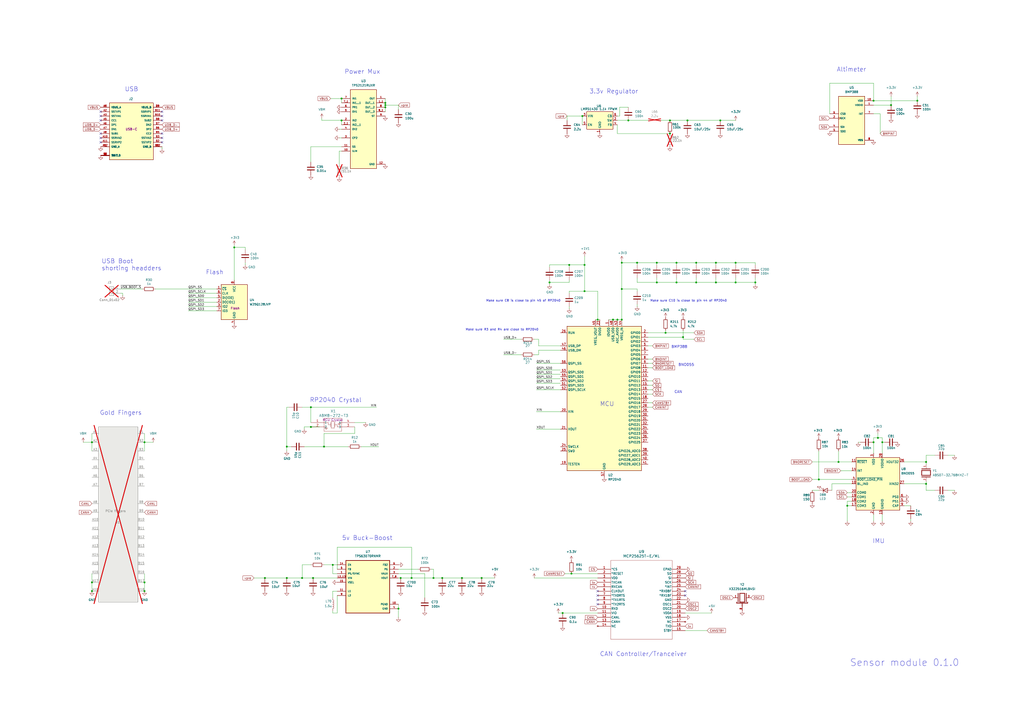
<source format=kicad_sch>
(kicad_sch (version 20231120) (generator "eeschema") (generator_version "8.0")
  (paper "A2")
  (junction (at 388.62 77.47))
  (junction (at 331.47 332.74))
  (junction (at 232.41 335.28))
  (junction (at 166.37 259.08))
  (junction (at 83.82 337.82))
  (junction (at 388.62 69.85))
  (junction (at 381 163.83))
  (junction (at 135.89 143.51))
  (junction (at 223.52 60.96))
  (junction (at 506.73 256.54))
  (junction (at 223.52 59.69))
  (junction (at 398.78 69.85))
  (junction (at 53.34 337.82))
  (junction (at 279.4 335.28))
  (junction (at 337.82 67.31))
  (junction (at 83.82 342.9))
  (junction (at 166.37 335.28))
  (junction (at 392.43 152.4))
  (junction (at 339.09 153.67))
  (junction (at 339.09 168.91))
  (junction (at 318.77 163.83))
  (junction (at 511.81 256.54))
  (junction (at 474.98 278.13))
  (junction (at 381 152.4))
  (junction (at 369.57 152.4))
  (junction (at 417.83 69.85))
  (junction (at 83.82 256.54))
  (junction (at 491.49 293.37))
  (junction (at 53.34 342.9))
  (junction (at 532.13 58.42))
  (junction (at 346.71 185.42))
  (junction (at 267.97 335.28))
  (junction (at 360.68 167.64))
  (junction (at 537.21 280.67))
  (junction (at 358.14 185.42))
  (junction (at 360.68 185.42))
  (junction (at 360.68 152.4))
  (junction (at 392.43 163.83))
  (junction (at 326.39 355.6))
  (junction (at 181.61 335.28))
  (junction (at 426.72 163.83))
  (junction (at 415.29 152.4))
  (junction (at 386.08 193.04))
  (junction (at 175.26 335.28))
  (junction (at 251.46 335.28))
  (junction (at 198.12 69.85))
  (junction (at 187.96 259.08))
  (junction (at 238.76 335.28))
  (junction (at 53.34 256.54))
  (junction (at 403.86 163.83))
  (junction (at 355.6 185.42))
  (junction (at 193.04 327.66))
  (junction (at 426.72 152.4))
  (junction (at 509.27 254))
  (junction (at 403.86 152.4))
  (junction (at 153.67 335.28))
  (junction (at 438.15 163.83))
  (junction (at 198.12 57.15))
  (junction (at 364.49 69.85))
  (junction (at 180.34 247.65))
  (junction (at 486.41 267.97))
  (junction (at 223.52 62.23))
  (junction (at 537.21 267.97))
  (junction (at 330.2 153.67))
  (junction (at 256.54 335.28))
  (junction (at 180.34 236.22))
  (junction (at 516.89 60.96))
  (junction (at 231.14 353.06))
  (junction (at 415.29 163.83))
  (junction (at 506.73 58.42))
  (junction (at 396.24 195.58))
  (no_connect (at 397.51 342.9))
  (no_connect (at 93.98 80.01))
  (no_connect (at 346.71 350.52))
  (no_connect (at 58.42 69.85))
  (no_connect (at 93.98 69.85))
  (no_connect (at 93.98 64.77))
  (no_connect (at 58.42 67.31))
  (no_connect (at 58.42 80.01))
  (no_connect (at 346.71 342.9))
  (no_connect (at 346.71 345.44))
  (no_connect (at 93.98 77.47))
  (no_connect (at 58.42 82.55))
  (no_connect (at 346.71 347.98))
  (no_connect (at 93.98 82.55))
  (no_connect (at 58.42 77.47))
  (no_connect (at 58.42 64.77))
  (no_connect (at 397.51 345.44))
  (no_connect (at 93.98 67.31))
  (wire (pts (xy 312.42 205.74) (xy 312.42 203.2)))
  (wire (pts (xy 311.15 219.71) (xy 325.12 219.71)))
  (wire (pts (xy 378.46 220.98) (xy 375.92 220.98)))
  (wire (pts (xy 360.68 167.64) (xy 369.57 167.64)))
  (wire (pts (xy 355.6 185.42) (xy 358.14 185.42)))
  (wire (pts (xy 516.89 60.96) (xy 516.89 55.88)))
  (wire (pts (xy 330.2 170.18) (xy 330.2 168.91)))
  (wire (pts (xy 378.46 200.66) (xy 375.92 200.66)))
  (wire (pts (xy 267.97 335.28) (xy 279.4 335.28)))
  (wire (pts (xy 187.96 251.46) (xy 187.96 259.08)))
  (wire (pts (xy 312.42 196.85) (xy 312.42 200.66)))
  (wire (pts (xy 486.41 261.62) (xy 486.41 267.97)))
  (wire (pts (xy 251.46 330.2) (xy 250.19 330.2)))
  (wire (pts (xy 330.2 153.67) (xy 339.09 153.67)))
  (wire (pts (xy 109.22 170.18) (xy 125.73 170.18)))
  (wire (pts (xy 231.14 332.74) (xy 246.38 332.74)))
  (wire (pts (xy 359.41 62.23) (xy 359.41 67.31)))
  (wire (pts (xy 256.54 335.28) (xy 267.97 335.28)))
  (wire (pts (xy 513.08 256.54) (xy 511.81 256.54)))
  (wire (pts (xy 193.04 342.9) (xy 193.04 346.71)))
  (wire (pts (xy 53.34 332.74) (xy 53.34 337.82)))
  (wire (pts (xy 524.51 293.37) (xy 528.32 293.37)))
  (wire (pts (xy 325.12 226.06) (xy 311.15 226.06)))
  (wire (pts (xy 318.77 162.56) (xy 318.77 163.83)))
  (wire (pts (xy 175.26 327.66) (xy 175.26 335.28)))
  (wire (pts (xy 396.24 196.85) (xy 402.59 196.85)))
  (wire (pts (xy 506.73 254) (xy 506.73 256.54)))
  (wire (pts (xy 491.49 290.83) (xy 491.49 293.37)))
  (wire (pts (xy 83.82 337.82) (xy 83.82 342.9)))
  (wire (pts (xy 426.72 163.83) (xy 438.15 163.83)))
  (wire (pts (xy 369.57 176.53) (xy 369.57 177.8)))
  (wire (pts (xy 231.14 358.14) (xy 231.14 353.06)))
  (wire (pts (xy 175.26 236.22) (xy 180.34 236.22)))
  (wire (pts (xy 339.09 168.91) (xy 346.71 168.91)))
  (wire (pts (xy 175.26 327.66) (xy 180.34 327.66)))
  (wire (pts (xy 474.98 278.13) (xy 494.03 278.13)))
  (wire (pts (xy 176.53 247.65) (xy 176.53 248.92)))
  (wire (pts (xy 378.46 223.52) (xy 375.92 223.52)))
  (wire (pts (xy 386.08 191.77) (xy 386.08 193.04)))
  (wire (pts (xy 375.92 195.58) (xy 396.24 195.58)))
  (wire (pts (xy 232.41 335.28) (xy 238.76 335.28)))
  (wire (pts (xy 292.1 196.85) (xy 302.26 196.85)))
  (wire (pts (xy 135.89 143.51) (xy 135.89 162.56)))
  (wire (pts (xy 196.85 74.93) (xy 198.12 74.93)))
  (wire (pts (xy 135.89 142.24) (xy 135.89 143.51)))
  (wire (pts (xy 537.21 267.97) (xy 537.21 269.24)))
  (wire (pts (xy 186.69 69.85) (xy 198.12 69.85)))
  (wire (pts (xy 193.04 354.33) (xy 193.04 355.6)))
  (wire (pts (xy 426.72 163.83) (xy 415.29 163.83)))
  (wire (pts (xy 528.32 302.26) (xy 528.32 300.99)))
  (wire (pts (xy 209.55 259.08) (xy 219.71 259.08)))
  (wire (pts (xy 509.27 251.46) (xy 509.27 254)))
  (wire (pts (xy 392.43 163.83) (xy 381 163.83)))
  (wire (pts (xy 491.49 285.75) (xy 494.03 285.75)))
  (wire (pts (xy 474.98 284.48) (xy 471.17 284.48)))
  (wire (pts (xy 251.46 335.28) (xy 256.54 335.28)))
  (wire (pts (xy 318.77 163.83) (xy 330.2 163.83)))
  (wire (pts (xy 205.74 247.65) (xy 205.74 251.46)))
  (wire (pts (xy 537.21 267.97) (xy 524.51 267.97)))
  (wire (pts (xy 309.88 335.28) (xy 346.71 335.28)))
  (wire (pts (xy 482.6 280.67) (xy 494.03 280.67)))
  (wire (pts (xy 542.29 264.16) (xy 537.21 264.16)))
  (wire (pts (xy 426.72 153.67) (xy 426.72 152.4)))
  (wire (pts (xy 438.15 163.83) (xy 438.15 165.1)))
  (wire (pts (xy 125.73 172.72) (xy 109.22 172.72)))
  (wire (pts (xy 383.54 69.85) (xy 388.62 69.85)))
  (wire (pts (xy 537.21 267.97) (xy 537.21 264.16)))
  (wire (pts (xy 486.41 267.97) (xy 494.03 267.97)))
  (wire (pts (xy 415.29 161.29) (xy 415.29 163.83)))
  (wire (pts (xy 358.14 77.47) (xy 388.62 77.47)))
  (wire (pts (xy 426.72 161.29) (xy 426.72 163.83)))
  (wire (pts (xy 497.84 256.54) (xy 499.11 256.54)))
  (wire (pts (xy 509.27 254) (xy 511.81 254)))
  (wire (pts (xy 510.54 66.04) (xy 510.54 77.47)))
  (wire (pts (xy 553.72 264.16) (xy 549.91 264.16)))
  (wire (pts (xy 191.77 57.15) (xy 198.12 57.15)))
  (wire (pts (xy 397.51 355.6) (xy 412.75 355.6)))
  (wire (pts (xy 378.46 228.6) (xy 375.92 228.6)))
  (wire (pts (xy 180.34 85.09) (xy 180.34 93.98)))
  (wire (pts (xy 231.14 335.28) (xy 232.41 335.28)))
  (wire (pts (xy 323.85 355.6) (xy 326.39 355.6)))
  (wire (pts (xy 166.37 259.08) (xy 166.37 261.62)))
  (wire (pts (xy 153.67 335.28) (xy 166.37 335.28)))
  (wire (pts (xy 48.26 256.54) (xy 53.34 256.54)))
  (wire (pts (xy 506.73 48.26) (xy 481.33 48.26)))
  (wire (pts (xy 318.77 153.67) (xy 330.2 153.67)))
  (wire (pts (xy 311.15 214.63) (xy 325.12 214.63)))
  (wire (pts (xy 381 153.67) (xy 381 152.4)))
  (wire (pts (xy 506.73 60.96) (xy 516.89 60.96)))
  (wire (pts (xy 426.72 152.4) (xy 438.15 152.4)))
  (wire (pts (xy 553.72 284.48) (xy 549.91 284.48)))
  (wire (pts (xy 481.33 48.26) (xy 481.33 66.04)))
  (wire (pts (xy 415.29 163.83) (xy 403.86 163.83)))
  (wire (pts (xy 195.58 342.9) (xy 193.04 342.9)))
  (wire (pts (xy 392.43 152.4) (xy 403.86 152.4)))
  (wire (pts (xy 328.93 69.85) (xy 328.93 67.31)))
  (wire (pts (xy 83.82 256.54) (xy 83.82 251.46)))
  (wire (pts (xy 403.86 153.67) (xy 403.86 152.4)))
  (wire (pts (xy 195.58 317.5) (xy 238.76 317.5)))
  (wire (pts (xy 325.12 248.92) (xy 311.15 248.92)))
  (wire (pts (xy 318.77 154.94) (xy 318.77 153.67)))
  (wire (pts (xy 378.46 236.22) (xy 375.92 236.22)))
  (wire (pts (xy 142.24 144.78) (xy 142.24 143.51)))
  (wire (pts (xy 195.58 332.74) (xy 193.04 332.74)))
  (wire (pts (xy 223.52 59.69) (xy 223.52 60.96)))
  (wire (pts (xy 339.09 148.59) (xy 339.09 153.67)))
  (wire (pts (xy 381 163.83) (xy 369.57 163.83)))
  (wire (pts (xy 358.14 185.42) (xy 360.68 185.42)))
  (wire (pts (xy 187.96 259.08) (xy 201.93 259.08)))
  (wire (pts (xy 346.71 168.91) (xy 346.71 185.42)))
  (wire (pts (xy 53.34 256.54) (xy 53.34 251.46)))
  (wire (pts (xy 318.77 163.83) (xy 318.77 165.1)))
  (wire (pts (xy 345.44 185.42) (xy 346.71 185.42)))
  (wire (pts (xy 330.2 168.91) (xy 339.09 168.91)))
  (wire (pts (xy 369.57 153.67) (xy 369.57 152.4)))
  (wire (pts (xy 392.43 161.29) (xy 392.43 163.83)))
  (wire (pts (xy 326.39 355.6) (xy 346.71 355.6)))
  (wire (pts (xy 142.24 143.51) (xy 135.89 143.51)))
  (wire (pts (xy 438.15 161.29) (xy 438.15 163.83)))
  (wire (pts (xy 186.69 69.85) (xy 186.69 68.58)))
  (wire (pts (xy 198.12 69.85) (xy 198.12 72.39)))
  (wire (pts (xy 402.59 193.04) (xy 386.08 193.04)))
  (wire (pts (xy 193.04 332.74) (xy 193.04 327.66)))
  (wire (pts (xy 196.85 80.01) (xy 198.12 80.01)))
  (wire (pts (xy 474.98 261.62) (xy 474.98 278.13)))
  (wire (pts (xy 378.46 233.68) (xy 375.92 233.68)))
  (wire (pts (xy 330.2 154.94) (xy 330.2 153.67)))
  (wire (pts (xy 198.12 57.15) (xy 198.12 59.69)))
  (wire (pts (xy 246.38 332.74) (xy 246.38 346.71)))
  (wire (pts (xy 312.42 203.2) (xy 325.12 203.2)))
  (wire (pts (xy 238.76 317.5) (xy 238.76 335.28)))
  (wire (pts (xy 328.93 67.31) (xy 337.82 67.31)))
  (wire (pts (xy 53.34 337.82) (xy 53.34 342.9)))
  (wire (pts (xy 125.73 180.34) (xy 109.22 180.34)))
  (wire (pts (xy 369.57 152.4) (xy 381 152.4)))
  (wire (pts (xy 378.46 210.82) (xy 375.92 210.82)))
  (wire (pts (xy 386.08 193.04) (xy 375.92 193.04)))
  (wire (pts (xy 166.37 236.22) (xy 166.37 259.08)))
  (wire (pts (xy 223.52 60.96) (xy 231.14 60.96)))
  (wire (pts (xy 90.17 167.64) (xy 125.73 167.64)))
  (wire (pts (xy 181.61 335.28) (xy 195.58 335.28)))
  (wire (pts (xy 369.57 161.29) (xy 369.57 163.83)))
  (wire (pts (xy 487.68 273.05) (xy 494.03 273.05)))
  (wire (pts (xy 231.14 330.2) (xy 242.57 330.2)))
  (wire (pts (xy 205.74 245.11) (xy 212.09 245.11)))
  (wire (pts (xy 360.68 167.64) (xy 360.68 185.42)))
  (wire (pts (xy 238.76 335.28) (xy 251.46 335.28)))
  (wire (pts (xy 180.34 236.22) (xy 218.44 236.22)))
  (wire (pts (xy 195.58 317.5) (xy 195.58 330.2)))
  (wire (pts (xy 415.29 153.67) (xy 415.29 152.4)))
  (wire (pts (xy 378.46 226.06) (xy 375.92 226.06)))
  (wire (pts (xy 369.57 168.91) (xy 369.57 167.64)))
  (wire (pts (xy 417.83 69.85) (xy 426.72 69.85)))
  (wire (pts (xy 491.49 288.29) (xy 494.03 288.29)))
  (wire (pts (xy 511.81 298.45) (xy 511.81 302.26)))
  (wire (pts (xy 71.12 170.18) (xy 71.12 171.45)))
  (wire (pts (xy 223.52 57.15) (xy 223.52 59.69)))
  (wire (pts (xy 175.26 335.28) (xy 181.61 335.28)))
  (wire (pts (xy 396.24 196.85) (xy 396.24 195.58)))
  (wire (pts (xy 147.32 335.28) (xy 153.67 335.28)))
  (wire (pts (xy 403.86 161.29) (xy 403.86 163.83)))
  (wire (pts (xy 506.73 302.26) (xy 506.73 298.45)))
  (wire (pts (xy 532.13 58.42) (xy 532.13 55.88)))
  (wire (pts (xy 279.4 335.28) (xy 287.02 335.28)))
  (wire (pts (xy 482.6 280.67) (xy 482.6 284.48)))
  (wire (pts (xy 339.09 153.67) (xy 339.09 168.91)))
  (wire (pts (xy 88.9 256.54) (xy 83.82 256.54)))
  (wire (pts (xy 125.73 175.26) (xy 109.22 175.26)))
  (wire (pts (xy 506.73 256.54) (xy 506.73 262.89)))
  (wire (pts (xy 471.17 267.97) (xy 486.41 267.97)))
  (wire (pts (xy 142.24 152.4) (xy 142.24 153.67)))
  (wire (pts (xy 542.29 284.48) (xy 537.21 284.48)))
  (wire (pts (xy 403.86 163.83) (xy 392.43 163.83)))
  (wire (pts (xy 491.49 293.37) (xy 494.03 293.37)))
  (wire (pts (xy 309.88 205.74) (xy 312.42 205.74)))
  (wire (pts (xy 196.85 87.63) (xy 198.12 87.63)))
  (wire (pts (xy 311.15 222.25) (xy 325.12 222.25)))
  (wire (pts (xy 396.24 191.77) (xy 396.24 195.58)))
  (wire (pts (xy 327.66 332.74) (xy 331.47 332.74)))
  (wire (pts (xy 166.37 236.22) (xy 167.64 236.22)))
  (wire (pts (xy 166.37 335.28) (xy 175.26 335.28)))
  (wire (pts (xy 231.14 350.52) (xy 231.14 353.06)))
  (wire (pts (xy 511.81 256.54) (xy 511.81 262.89)))
  (wire (pts (xy 392.43 153.67) (xy 392.43 152.4)))
  (wire (pts (xy 176.53 259.08) (xy 187.96 259.08)))
  (wire (pts (xy 398.78 69.85) (xy 417.83 69.85)))
  (wire (pts (xy 331.47 332.74) (xy 346.71 332.74)))
  (wire (pts (xy 491.49 302.26) (xy 491.49 293.37)))
  (wire (pts (xy 311.15 238.76) (xy 325.12 238.76)))
  (wire (pts (xy 83.82 256.54) (xy 83.82 261.62)))
  (wire (pts (xy 378.46 208.28) (xy 375.92 208.28)))
  (wire (pts (xy 176.53 247.65) (xy 180.34 247.65)))
  (wire (pts (xy 471.17 278.13) (xy 474.98 278.13)))
  (wire (pts (xy 506.73 58.42) (xy 532.13 58.42)))
  (wire (pts (xy 511.81 254) (xy 511.81 256.54)))
  (wire (pts (xy 69.85 170.18) (xy 71.12 170.18)))
  (wire (pts (xy 360.68 151.13) (xy 360.68 152.4)))
  (wire (pts (xy 360.68 152.4) (xy 369.57 152.4)))
  (wire (pts (xy 93.98 86.36) (xy 93.98 85.09)))
  (wire (pts (xy 510.54 66.04) (xy 506.73 66.04)))
  (wire (pts (xy 292.1 205.74) (xy 302.26 205.74)))
  (wire (pts (xy 325.12 210.82) (xy 311.15 210.82)))
  (wire (pts (xy 509.27 254) (xy 506.73 254)))
  (wire (pts (xy 415.29 152.4) (xy 426.72 152.4)))
  (wire (pts (xy 193.04 355.6) (xy 195.58 355.6)))
  (wire (pts (xy 381 161.29) (xy 381 163.83)))
  (wire (pts (xy 180.34 247.65) (xy 185.42 247.65)))
  (wire (pts (xy 378.46 213.36) (xy 375.92 213.36)))
  (wire (pts (xy 364.49 62.23) (xy 359.41 62.23)))
  (wire (pts (xy 83.82 332.74) (xy 83.82 337.82)))
  (wire (pts (xy 506.73 58.42) (xy 506.73 48.26)))
  (wire (pts (xy 312.42 200.66) (xy 325.12 200.66)))
  (wire (pts (xy 168.91 259.08) (xy 166.37 259.08)))
  (wire (pts (xy 193.04 327.66) (xy 195.58 327.66)))
  (wire (pts (xy 223.52 60.96) (xy 223.52 62.23)))
  (wire (pts (xy 196.85 95.25) (xy 196.85 87.63)))
  (wire (pts (xy 205.74 251.46) (xy 187.96 251.46)))
  (wire (pts (xy 359.41 67.31) (xy 358.14 67.31)))
  (wire (pts (xy 337.82 67.31) (xy 337.82 72.39)))
  (wire (pts (xy 537.21 280.67) (xy 537.21 284.48)))
  (wire (pts (xy 388.62 69.85) (xy 398.78 69.85)))
  (wire (pts (xy 364.49 69.85) (xy 375.92 69.85)))
  (wire (pts (xy 410.21 365.76) (xy 397.51 365.76)))
  (wire (pts (xy 187.96 327.66) (xy 193.04 327.66)))
  (wire (pts (xy 330.2 177.8) (xy 330.2 179.07)))
  (wire (pts (xy 360.68 152.4) (xy 360.68 167.64)))
  (wire (pts (xy 346.71 185.42) (xy 347.98 185.42)))
  (wire (pts (xy 180.34 236.22) (xy 180.34 245.11)))
  (wire (pts (xy 309.88 196.85) (xy 312.42 196.85)))
  (wire (pts (xy 438.15 153.67) (xy 438.15 152.4)))
  (wire (pts (xy 358.14 77.47) (xy 358.14 72.39)))
  (wire (pts (xy 330.2 163.83) (xy 330.2 162.56)))
  (wire (pts (xy 358.14 69.85) (xy 364.49 69.85)))
  (wire (pts (xy 53.34 256.54) (xy 53.34 261.62)))
  (wire (pts (xy 311.15 217.17) (xy 325.12 217.17)))
  (wire (pts (xy 403.86 152.4) (xy 415.29 152.4)))
  (wire (pts (xy 537.21 279.4) (xy 537.21 280.67)))
  (wire (pts (xy 82.55 167.64) (xy 69.85 167.64)))
  (wire (pts (xy 195.58 345.44) (xy 195.58 355.6)))
  (wire (pts (xy 223.52 62.23) (xy 223.52 64.77)))
  (wire (pts (xy 381 152.4) (xy 392.43 152.4)))
  (wire (pts (xy 491.49 290.83) (xy 494.03 290.83)))
  (wire (pts (xy 353.06 185.42) (xy 355.6 185.42)))
  (wire (pts (xy 231.14 60.96) (xy 231.14 63.5)))
  (wire (pts (xy 180.34 85.09) (xy 198.12 85.09)))
  (wire (pts (xy 251.46 330.2) (xy 251.46 335.28)))
  (wire (pts (xy 125.73 177.8) (xy 109.22 177.8)))
  (wire (pts (xy 524.51 280.67) (xy 537.21 280.67)))
  (text "Make sure C10 is close to pin 44 of RP2040" (at 377.19 175.26 0) (effects (font (size 1.27 1.27)) (justify left bottom)))
  (text "CAN" (at 391.16 228.346 0) (effects (font (size 1.524 1.524)) (justify left bottom)))
  (text "Make sure C8 is close to pin 45 of RP2040" (at 281.94 175.26 0) (effects (font (size 1.27 1.27)) (justify left bottom)))
  (text "RP2040 Crystal" (at 179.705 233.68 0) (effects (font (size 2.54 2.54)) (justify left bottom)))
  (text "Altimeter" (at 485.394 41.91 0) (effects (font (size 2.54 2.54)) (justify left bottom)))
  (text "BNO055\n" (at 393.446 212.598 0) (effects (font (size 1.524 1.524)) (justify left bottom)))
  (text "BMP388" (at 389.382 202.184 0) (effects (font (size 1.524 1.524)) (justify left bottom)))
  (text "IMU" (at 506.222 315.468 0) (effects (font (size 2.54 2.54)) (justify left bottom)))
  (text "USB" (at 72.39 53.34 0) (effects (font (size 2.54 2.54)) (justify left bottom)))
  (text "Make sure R3 and R4 are close to RP2040" (at 312.42 192.024 0) (effects (font (size 1.27 1.27)) (justify right bottom)))
  (text "3.3v Regulator" (at 341.884 54.61 0) (effects (font (size 2.54 2.54)) (justify left bottom)))
  (text "USB Boot \nshorting headders" (at 58.928 157.226 0) (effects (font (size 2.54 2.54)) (justify left bottom)))
  (text "Sensor module 0.1.0" (at 493.014 386.842 0) (effects (font (size 4 4)) (justify left bottom)))
  (text "Power Mux" (at 199.898 43.18 0) (effects (font (size 2.54 2.54)) (justify left bottom)))
  (text "5v Buck-Boost" (at 198.374 313.69 0) (effects (font (size 2.54 2.54)) (justify left bottom)))
  (text "Gold Fingers" (at 57.912 241.046 0) (effects (font (size 2.54 2.54)) (justify left bottom)))
  (text "MCU" (at 347.98 235.966 0) (effects (font (size 2.54 2.54)) (justify left bottom)))
  (text "CAN Controller/Tranceiver" (at 347.98 381 0) (effects (font (size 2.54 2.54)) (justify left bottom)))
  (text "Flash" (at 119.38 159.512 0) (effects (font (size 2.54 2.54)) (justify left bottom)))
  (label "~{USB_BOOT_S}" (at 69.85 167.64 0))
  (label "QSPI_SD3" (at 311.15 222.25 0))
  (label "QSPI_SD1" (at 109.22 175.26 0))
  (label "XIN" (at 311.15 238.76 0))
  (label "USB_D+" (at 292.1 196.85 0))
  (label "QSPI_SS" (at 109.22 167.64 0))
  (label "QSPI_SD3" (at 109.22 180.34 0))
  (label "XIN" (at 218.44 236.22 180))
  (label "QSPI_SD2" (at 109.22 177.8 0))
  (label "QSPI_SS" (at 311.15 210.82 0))
  (label "XOUT" (at 219.71 259.08 180))
  (label "QSPI_SCLK" (at 109.22 170.18 0))
  (label "QSPI_SD1" (at 311.15 217.17 0))
  (label "QSPI_SCLK" (at 311.15 226.06 0))
  (label "USB_D-" (at 292.1 205.74 0))
  (label "QSPI_SD2" (at 311.15 219.71 0))
  (label "QSPI_SD0" (at 109.22 172.72 0))
  (label "XOUT" (at 311.15 248.92 0))
  (label "QSPI_SD0" (at 311.15 214.63 0))
  (global_label "UDB_D-" (shape input) (at 58.42 74.93 180) (property "Intersheetrefs" "${INTERSHEET_REFS}" (effects (hide yes))))
  (global_label "tx" (shape input) (at 346.71 337.82 180) (property "Intersheetrefs" "${INTERSHEET_REFS}" (effects (hide yes))))
  (global_label "BNOINT" (shape input) (at 378.46 208.28 0) (property "Intersheetrefs" "${INTERSHEET_REFS}" (effects (hide yes))))
  (global_label "BNORESET" (shape input) (at 471.17 267.97 180) (property "Intersheetrefs" "${INTERSHEET_REFS}" (effects (hide yes))))
  (global_label "SDA" (shape input) (at 481.33 73.66 180) (property "Intersheetrefs" "${INTERSHEET_REFS}" (effects (hide yes))))
  (global_label "SCL" (shape input) (at 402.59 196.85 0) (property "Intersheetrefs" "${INTERSHEET_REFS}" (effects (hide yes))))
  (global_label "CS" (shape input) (at 378.46 226.06 0) (property "Intersheetrefs" "${INTERSHEET_REFS}" (effects (hide yes))))
  (global_label "CANL" (shape input) (at 346.71 358.14 180) (property "Intersheetrefs" "${INTERSHEET_REFS}" (effects (hide yes))))
  (global_label "OSC1" (shape input) (at 425.45 346.71 180) (property "Intersheetrefs" "${INTERSHEET_REFS}" (effects (hide yes))))
  (global_label "CANL" (shape input) (at 53.34 292.1 180) (property "Intersheetrefs" "${INTERSHEET_REFS}" (effects (hide yes))))
  (global_label "BNOINT" (shape input) (at 487.68 273.05 180) (property "Intersheetrefs" "${INTERSHEET_REFS}" (effects (hide yes))))
  (global_label "CANSTBY" (shape input) (at 410.21 365.76 0) (property "Intersheetrefs" "${INTERSHEET_REFS}" (effects (hide yes))))
  (global_label "OSC1" (shape input) (at 397.51 350.52 0) (property "Intersheetrefs" "${INTERSHEET_REFS}" (effects (hide yes))))
  (global_label "BOOT_LOAD" (shape input) (at 378.46 213.36 0) (property "Intersheetrefs" "${INTERSHEET_REFS}" (effects (hide yes))))
  (global_label "SDA" (shape input) (at 491.49 285.75 180) (property "Intersheetrefs" "${INTERSHEET_REFS}" (effects (hide yes))))
  (global_label "CANH" (shape input) (at 83.82 297.18 0) (property "Intersheetrefs" "${INTERSHEET_REFS}" (effects (hide yes))))
  (global_label "UDB_D+" (shape input) (at 58.42 72.39 180) (property "Intersheetrefs" "${INTERSHEET_REFS}" (effects (hide yes))))
  (global_label "VBUS" (shape input) (at 191.77 57.15 180) (property "Intersheetrefs" "${INTERSHEET_REFS}" (effects (hide yes))))
  (global_label "CANH" (shape input) (at 346.71 360.68 180) (property "Intersheetrefs" "${INTERSHEET_REFS}" (effects (hide yes))))
  (global_label "UDB_D+" (shape input) (at 93.98 74.93 0) (property "Intersheetrefs" "${INTERSHEET_REFS}" (effects (hide yes))))
  (global_label "SCK" (shape input) (at 378.46 228.6 0) (property "Intersheetrefs" "${INTERSHEET_REFS}" (effects (hide yes))))
  (global_label "vpre" (shape input) (at 328.93 67.31 180) (property "Intersheetrefs" "${INTERSHEET_REFS}" (effects (hide yes))))
  (global_label "rx" (shape input) (at 346.71 340.36 180) (property "Intersheetrefs" "${INTERSHEET_REFS}" (effects (hide yes))))
  (global_label "UDB_D-" (shape input) (at 93.98 72.39 0) (property "Intersheetrefs" "${INTERSHEET_REFS}" (effects (hide yes))))
  (global_label "CANRESET" (shape input) (at 327.66 332.74 180) (property "Intersheetrefs" "${INTERSHEET_REFS}" (effects (hide yes))))
  (global_label "SO" (shape input) (at 397.51 332.74 0) (property "Intersheetrefs" "${INTERSHEET_REFS}" (effects (hide yes))))
  (global_label "BNORESET" (shape input) (at 378.46 210.82 0) (property "Intersheetrefs" "${INTERSHEET_REFS}" (effects (hide yes))))
  (global_label "OSC2" (shape input) (at 435.61 346.71 0) (property "Intersheetrefs" "${INTERSHEET_REFS}" (effects (hide yes))))
  (global_label "SCK" (shape input) (at 397.51 337.82 0) (property "Intersheetrefs" "${INTERSHEET_REFS}" (effects (hide yes))))
  (global_label "VBUS" (shape input) (at 58.42 62.23 180) (property "Intersheetrefs" "${INTERSHEET_REFS}" (effects (hide yes))))
  (global_label "SI" (shape input) (at 378.46 220.98 0) (property "Intersheetrefs" "${INTERSHEET_REFS}" (effects (hide yes))))
  (global_label "SO" (shape input) (at 378.46 223.52 0) (property "Intersheetrefs" "${INTERSHEET_REFS}" (effects (hide yes))))
  (global_label "BMPINT" (shape input) (at 378.46 200.66 0) (property "Intersheetrefs" "${INTERSHEET_REFS}" (effects (hide yes))))
  (global_label "tx" (shape input) (at 397.51 363.22 0) (property "Intersheetrefs" "${INTERSHEET_REFS}" (effects (hide yes))))
  (global_label "CS" (shape input) (at 346.71 330.2 180) (property "Intersheetrefs" "${INTERSHEET_REFS}" (effects (hide yes))))
  (global_label "BOOT_LOAD" (shape input) (at 471.17 278.13 180) (property "Intersheetrefs" "${INTERSHEET_REFS}" (effects (hide yes))))
  (global_label "SI" (shape input) (at 397.51 335.28 0) (property "Intersheetrefs" "${INTERSHEET_REFS}" (effects (hide yes))))
  (global_label "SCL" (shape input) (at 491.49 288.29 180) (property "Intersheetrefs" "${INTERSHEET_REFS}" (effects (hide yes))))
  (global_label "CANSTBY" (shape input) (at 378.46 233.68 0) (property "Intersheetrefs" "${INTERSHEET_REFS}" (effects (hide yes))))
  (global_label "OSC2" (shape input) (at 397.51 353.06 0) (property "Intersheetrefs" "${INTERSHEET_REFS}" (effects (hide yes))))
  (global_label "vpre" (shape input) (at 231.14 60.96 0) (property "Intersheetrefs" "${INTERSHEET_REFS}" (effects (hide yes))))
  (global_label "VBUS" (shape input) (at 93.98 62.23 0) (property "Intersheetrefs" "${INTERSHEET_REFS}" (effects (hide yes))))
  (global_label "CANINT" (shape input) (at 397.51 340.36 0) (property "Intersheetrefs" "${INTERSHEET_REFS}" (effects (hide yes))))
  (global_label "SCL" (shape input) (at 481.33 68.58 180) (property "Intersheetrefs" "${INTERSHEET_REFS}" (effects (hide yes))))
  (global_label "CANL" (shape input) (at 83.82 292.1 0) (property "Intersheetrefs" "${INTERSHEET_REFS}" (effects (hide yes))))
  (global_label "vpre" (shape input) (at 147.32 335.28 180) (property "Intersheetrefs" "${INTERSHEET_REFS}" (effects (hide yes))))
  (global_label "SDA" (shape input) (at 402.59 193.04 0) (property "Intersheetrefs" "${INTERSHEET_REFS}" (effects (hide yes))))
  (global_label "CANINT" (shape input) (at 378.46 236.22 0) (property "Intersheetrefs" "${INTERSHEET_REFS}" (effects (hide yes))))
  (global_label "CANH" (shape input) (at 53.34 297.18 180) (property "Intersheetrefs" "${INTERSHEET_REFS}" (effects (hide yes))))
  (global_label "BMPINT" (shape input) (at 510.54 77.47 0) (property "Intersheetrefs" "${INTERSHEET_REFS}" (effects (hide yes))))
  (global_label "rx" (shape input) (at 346.71 353.06 180) (property "Intersheetrefs" "${INTERSHEET_REFS}" (effects (hide yes))))
  (symbol (lib_id "Device:C") (at 502.92 256.54 90) (unit 1)
    (property "Reference" "C82" (at 504.952 252.984 90) (effects (justify left)))
    (property "Value" "100n" (at 505.46 259.842 90) (effects (justify left)))
    (property "Footprint" "Capacitor_SMD:C_0402_1005Metric" (effects (hide yes)))
    (property "info" "100nF Cap" (effects (hide yes)))
    (property "LCSC Part #" "C307331" (effects (hide yes)))
    (property "basic?" "yes" (effects (hide yes)))
    (property "price" "C$0.0077 " (effects (hide yes)))
    (property "JLC Link" "https://jlcpcb.com/partdetail/291005-CL05B104KB54PNC/C307331" (effects (hide yes)))
  )
  (symbol (lib_id "crystal:ABM8-272-T3") (at 180.34 245.11 0) (unit 1)
    (property "Reference" "X1" (at 193.294 238.506 0) (effects (font (size 1.524 1.524))))
    (property "Value" "ABM8-272-T3" (at 193.548 241.046 0) (effects (font (size 1.524 1.524))))
    (property "Footprint" "crystal:ABM8-272-T3_ABR" (effects (hide yes)))
    (property "Datasheet" "ABM8-272-T3" (effects (hide yes)))
    (property "LCSC Part #" "C20625731" (effects (hide yes)))
    (property "basic?" "no" (effects (hide yes)))
    (property "info" "MCU Crystal" (at 193.04 243.586 0))
    (property "price" "C$0.6692 " (effects (hide yes)))
    (property "JLC Link" "https://jlcpcb.com/partdetail/AbraconLlc-ABM8_272T3/C20625731" (effects (hide yes)))
    (property "max mA" "200 uW 3.3v" (effects (hide yes)))
  )
  (symbol (lib_id "Device:C") (at 267.97 339.09 0) (unit 1)
    (property "Reference" "C78" (at 271.78 337.8199 0) (effects (justify left)))
    (property "Value" "22u" (at 271.018 339.852 0) (effects (justify left)))
    (property "Footprint" "Capacitor_SMD:C_0402_1005Metric" (effects (hide yes)))
    (property "Description" "Unpolarized capacitor" (effects (hide yes)))
    (property "LCSC Part #" "C96446" (effects (hide yes)))
    (property "basic?" "yes" (effects (hide yes)))
    (property "info" "20uF / 25v cap" (effects (hide yes)))
    (property "price" "C$0.0226" (effects (hide yes)))
    (property "JLC Link" "https://jlcpcb.com/partdetail/97651-CL10A106MA8NRNC/C96446" (effects (hide yes)))
  )
  (symbol (lib_id "Device:C") (at 381 157.48 0) (unit 1)
    (property "Reference" "C205" (at 383.921 156.3116 0) (effects (justify left)))
    (property "Value" "100n" (at 383.921 158.623 0) (effects (justify left)))
    (property "Footprint" "Capacitor_SMD:C_0402_1005Metric" (effects (hide yes)))
    (property "info" "100nF Cap" (effects (hide yes)))
    (property "LCSC Part #" "C307331" (effects (hide yes)))
    (property "basic?" "yes" (effects (hide yes)))
    (property "price" "C$0.0077 " (effects (hide yes)))
    (property "JLC Link" "https://jlcpcb.com/partdetail/291005-CL05B104KB54PNC/C307331" (effects (hide yes)))
  )
  (symbol (lib_id "power:GND") (at 83.82 342.9 0) (unit 1)
    (property "Reference" "#PWR014" (effects (hide yes)))
    (property "Value" "GND" (at 83.82 347.98 0))
    (property "Description" "Power symbol creates a global label with name \"GND\" , ground" (effects (hide yes)))
  )
  (symbol (lib_id "power:GND") (at 430.53 354.33 0) (unit 1)
    (property "Reference" "#PWR080" (effects (hide yes)))
    (property "Value" "GND" (effects (hide yes)))
    (property "Description" "Power symbol creates a global label with name \"GND\" , ground" (effects (hide yes)))
  )
  (symbol (lib_id "power:+3V3") (at 386.08 184.15 0) (unit 1)
    (property "Reference" "#PWR041" (effects (hide yes)))
    (property "Value" "+3V3" (at 385.572 179.832 0))
  )
  (symbol (lib_id "Device:C") (at 403.86 157.48 0) (unit 1)
    (property "Reference" "C203" (at 406.781 156.3116 0) (effects (justify left)))
    (property "Value" "100n" (at 406.781 158.623 0) (effects (justify left)))
    (property "Footprint" "Capacitor_SMD:C_0402_1005Metric" (effects (hide yes)))
    (property "info" "100nF Cap" (effects (hide yes)))
    (property "LCSC Part #" "C307331" (effects (hide yes)))
    (property "basic?" "yes" (effects (hide yes)))
    (property "price" "C$0.0077 " (effects (hide yes)))
    (property "JLC Link" "https://jlcpcb.com/partdetail/291005-CL05B104KB54PNC/C307331" (effects (hide yes)))
  )
  (symbol (lib_id "Device:C") (at 166.37 339.09 0) (unit 1)
    (property "Reference" "C75" (at 170.18 337.8199 0) (effects (justify left)))
    (property "Value" "10uF" (at 169.418 339.852 0) (effects (justify left)))
    (property "Footprint" "Capacitor_SMD:C_0402_1005Metric" (effects (hide yes)))
    (property "Description" "Unpolarized capacitor" (effects (hide yes)))
    (property "LCSC Part #" "C96446" (effects (hide yes)))
    (property "basic?" "yes" (effects (hide yes)))
    (property "info" "20uF / 25v cap" (effects (hide yes)))
    (property "price" "C$0.0226" (effects (hide yes)))
    (property "JLC Link" "https://jlcpcb.com/partdetail/97651-CL10A106MA8NRNC/C96446" (effects (hide yes)))
  )
  (symbol (lib_id "Device:R") (at 471.17 288.29 0) (unit 1)
    (property "Reference" "R89" (at 465.836 287.274 0) (effects (justify left)))
    (property "Value" "150" (at 465.836 289.56 0) (effects (justify left)))
    (property "Footprint" "Resistor_SMD:R_0603_1608Metric" (effects (hide yes)))
    (property "Description" "Resistor" (effects (hide yes)))
    (property "JLC Link" "https://jlcpcb.com/partdetail/23535-0603WAF1500T5E/C22808" (effects (hide yes)))
    (property "LCSC Part #" "C22808" (effects (hide yes)))
    (property "basic?" "yes" (effects (hide yes)))
    (property "info" "150 ohm" (effects (hide yes)))
    (property "price" "C$0.0013 " (effects (hide yes)))
  )
  (symbol (lib_id "power:+3V3") (at 135.89 142.24 0) (unit 1)
    (property "Reference" "#PWR012" (effects (hide yes)))
    (property "Value" "+3V3" (at 136.271 137.8458 0))
  )
  (symbol (lib_id "Device:C") (at 417.83 73.66 0) (unit 1)
    (property "Reference" "C65" (at 421.64 72.3899 0) (effects (justify left)))
    (property "Value" "10uF/25v" (at 421.64 74.9299 0) (effects (justify left)))
    (property "Footprint" "Capacitor_SMD:C_0603_1608Metric" (effects (hide yes)))
    (property "Description" "Unpolarized capacitor" (effects (hide yes)))
    (property "LCSC Part #" "C96446" (effects (hide yes)))
    (property "basic?" "yes" (effects (hide yes)))
    (property "info" "20uF / 25v cap" (effects (hide yes)))
    (property "price" "C$0.0226" (effects (hide yes)))
    (property "JLC Link" "https://jlcpcb.com/partdetail/97651-CL10A106MA8NRNC/C96446" (effects (hide yes)))
  )
  (symbol (lib_id "power:GND") (at 532.13 66.04 0) (unit 1)
    (property "Reference" "#PWR040" (effects (hide yes)))
    (property "Value" "GND" (effects (hide yes)))
    (property "Description" "Power symbol creates a global label with name \"GND\" , ground" (effects (hide yes)))
  )
  (symbol (lib_id "power:+5V") (at 287.02 335.28 0) (unit 1)
    (property "Reference" "#PWR062" (effects (hide yes)))
    (property "Value" "+5V" (at 287.02 330.2 0))
    (property "Description" "Power symbol creates a global label with name \"+5V\"" (effects (hide yes)))
  )
  (symbol (lib_id "Device:C") (at 326.39 359.41 0) (unit 1)
    (property "Reference" "C90" (at 330.2 358.1399 0) (effects (justify left)))
    (property "Value" "0.1u" (at 330.2 360.6799 0) (effects (justify left)))
    (property "Description" "Unpolarized capacitor" (effects (hide yes)))
  )
  (symbol (lib_id "power:GND") (at 231.14 327.66 90) (unit 1)
    (property "Reference" "#PWR061" (effects (hide yes)))
    (property "Value" "GND" (effects (hide yes)))
    (property "Description" "Power symbol creates a global label with name \"GND\" , ground" (effects (hide yes)))
  )
  (symbol (lib_id "power:+3.3V") (at 309.88 335.28 0) (unit 1)
    (property "Reference" "#PWR074" (effects (hide yes)))
    (property "Value" "+3.3V" (at 309.88 330.2 0))
    (property "Description" "Power symbol creates a global label with name \"+3.3V\"" (effects (hide yes)))
  )
  (symbol (lib_id "Device:C") (at 318.77 158.75 0) (unit 1)
    (property "Reference" "C208" (at 321.691 157.5816 0) (effects (justify left)))
    (property "Value" "100n" (at 321.691 159.893 0) (effects (justify left)))
    (property "Footprint" "Capacitor_SMD:C_0402_1005Metric" (effects (hide yes)))
    (property "info" "100nF Cap" (effects (hide yes)))
    (property "LCSC Part #" "C307331" (effects (hide yes)))
    (property "basic?" "yes" (effects (hide yes)))
    (property "price" "C$0.0077 " (effects (hide yes)))
    (property "JLC Link" "https://jlcpcb.com/partdetail/291005-CL05B104KB54PNC/C307331" (effects (hide yes)))
  )
  (symbol (lib_id "power:GND") (at 417.83 77.47 0) (unit 1)
    (property "Reference" "#PWR056" (effects (hide yes)))
    (property "Value" "GND" (effects (hide yes)))
    (property "Description" "Power symbol creates a global label with name \"GND\" , ground" (effects (hide yes)))
  )
  (symbol (lib_id "Device:R") (at 396.24 187.96 180) (unit 1)
    (property "Reference" "R212" (at 398.78 186.6899 0) (effects (justify right)))
    (property "Value" "4.7k" (at 398.78 189.2299 0) (effects (justify right)))
    (property "Footprint" "Resistor_SMD:R_0402_1005Metric" (effects (hide yes)))
    (property "Description" "Resistor" (effects (hide yes)))
    (property "LCSC Part #" "C25900" (effects (hide yes)))
    (property "basic?" "yes" (effects (hide yes)))
    (property "info" "4.7k ohm" (effects (hide yes)))
    (property "price" "C$0.0007 " (effects (hide yes)))
    (property "JLC Link" "https://jlcpcb.com/partdetail/26643-0402WGF4701TCE/C25900" (effects (hide yes)))
  )
  (symbol (lib_id "Device:C") (at 415.29 157.48 0) (unit 1)
    (property "Reference" "C202" (at 418.211 156.3116 0) (effects (justify left)))
    (property "Value" "100n" (at 418.211 158.623 0) (effects (justify left)))
    (property "Footprint" "Capacitor_SMD:C_0402_1005Metric" (effects (hide yes)))
    (property "info" "100nF Cap" (effects (hide yes)))
    (property "LCSC Part #" "C307331" (effects (hide yes)))
    (property "basic?" "yes" (effects (hide yes)))
    (property "price" "C$0.0077 " (effects (hide yes)))
    (property "JLC Link" "https://jlcpcb.com/partdetail/291005-CL05B104KB54PNC/C307331" (effects (hide yes)))
  )
  (symbol (lib_id "power:GND") (at 232.41 342.9 0) (unit 1)
    (property "Reference" "#PWR071" (effects (hide yes)))
    (property "Value" "GND" (effects (hide yes)))
    (property "Description" "Power symbol creates a global label with name \"GND\" , ground" (effects (hide yes)))
  )
  (symbol (lib_id "power:VAA") (at 88.9 256.54 0) (unit 1)
    (property "Reference" "#PWR019" (effects (hide yes)))
    (property "Value" "VBM" (at 88.9 251.46 0))
    (property "Description" "Power symbol creates a global label with name \"VAA\"" (effects (hide yes)))
  )
  (symbol (lib_id "power:GND") (at 497.84 256.54 0) (unit 1)
    (property "Reference" "#PWR050" (effects (hide yes)))
    (property "Value" "GND" (effects (hide yes)))
  )
  (symbol (lib_id "power:+3V3") (at 486.41 254 0) (unit 1)
    (property "Reference" "#PWR051" (effects (hide yes)))
    (property "Value" "+3V3" (at 485.902 249.682 0))
  )
  (symbol (lib_id "power:GND") (at 524.51 290.83 90) (unit 1)
    (property "Reference" "#PWR053" (effects (hide yes)))
    (property "Value" "GND" (effects (hide yes)))
  )
  (symbol (lib_id "power:+3.3V") (at 331.47 325.12 0) (unit 1)
    (property "Reference" "#PWR079" (effects (hide yes)))
    (property "Value" "+3.3V" (at 331.47 320.04 0))
    (property "Description" "Power symbol creates a global label with name \"+3.3V\"" (effects (hide yes)))
  )
  (symbol (lib_id "Device:C") (at 171.45 236.22 270) (unit 1)
    (property "Reference" "C10" (at 172.6184 239.141 0) (effects (justify left)))
    (property "Value" "15p" (at 170.307 239.141 0) (effects (justify left)))
    (property "Footprint" "Capacitor_SMD:C_0402_1005Metric" (effects (hide yes)))
    (property "LCSC Part #" "C1548" (effects (hide yes)))
    (property "basic?" "yes" (effects (hide yes)))
    (property "info" "15pF Cap" (effects (hide yes)))
    (property "price" "C$0.0013 " (effects (hide yes)))
    (property "JLC Link" "https://jlcpcb.com/partdetail/1900-0402CG150J500NT/C1548" (effects (hide yes)))
  )
  (symbol (lib_id "Device:R") (at 306.07 205.74 90) (unit 1)
    (property "Reference" "R214" (at 306.07 208.28 90))
    (property "Value" "27" (at 306.07 210.312 90))
    (property "Footprint" "Resistor_SMD:R_0603_1608Metric" (effects (hide yes)))
    (property "LCSC Part #" "C25190" (effects (hide yes)))
    (property "basic?" "extended prefered" (effects (hide yes)))
    (property "info" "27 ohm" (effects (hide yes)))
    (property "price" "C$0.0013" (effects (hide yes)))
    (property "JLC Link" "https://jlcpcb.com/partdetail/25933-0603WAF270JT5E/C25190" (effects (hide yes)))
  )
  (symbol (lib_id "power:GND") (at 198.12 64.77 270) (unit 1)
    (property "Reference" "#PWR027" (effects (hide yes)))
    (property "Value" "GND" (effects (hide yes)))
    (property "Description" "Power symbol creates a global label with name \"GND\" , ground" (effects (hide yes)))
  )
  (symbol (lib_id "Device:C") (at 330.2 173.99 0) (unit 1)
    (property "Reference" "C209" (at 333.121 172.8216 0) (effects (justify left)))
    (property "Value" "1u" (at 333.121 175.133 0) (effects (justify left)))
    (property "Footprint" "Capacitor_SMD:C_0402_1005Metric" (effects (hide yes)))
    (property "info" "1uF Cap" (effects (hide yes)))
    (property "LCSC Part #" "C52923" (effects (hide yes)))
    (property "basic?" "yes" (effects (hide yes)))
    (property "price" "C$0.0041 " (effects (hide yes)))
    (property "JLC Link" "https://jlcpcb.com/partdetail/53938-CL05A105KA5NQNC/C52923" (effects (hide yes)))
  )
  (symbol (lib_id "Device:C") (at 232.41 339.09 0) (unit 1)
    (property "Reference" "C700" (at 236.22 337.8199 0) (effects (justify left)))
    (property "Value" "10u" (at 235.458 339.852 0) (effects (justify left)))
    (property "Footprint" "Capacitor_SMD:C_0402_1005Metric" (effects (hide yes)))
    (property "Description" "Unpolarized capacitor" (effects (hide yes)))
    (property "LCSC Part #" "C96446" (effects (hide yes)))
    (property "basic?" "yes" (effects (hide yes)))
    (property "info" "20uF / 25v cap" (effects (hide yes)))
    (property "price" "C$0.0226" (effects (hide yes)))
    (property "JLC Link" "https://jlcpcb.com/partdetail/97651-CL10A106MA8NRNC/C96446" (effects (hide yes)))
  )
  (symbol (lib_id "Sensor_Motion:BNO055") (at 509.27 280.67 0) (unit 1)
    (property "Reference" "U8" (at 522.732 272.034 0) (effects (justify left)))
    (property "Value" "BNO055" (at 522.732 274.574 0) (effects (justify left)))
    (property "Footprint" "Package_LGA:LGA-28_5.2x3.8mm_P0.5mm" (effects (hide yes)))
    (property "Datasheet" "https://www.bosch-sensortec.com/media/boschsensortec/downloads/datasheets/bst-bno055-ds000.pdf" (effects (hide yes)))
    (property "Description" "Intelligent 9-axis absolute orientation sensor, LGA-28" (effects (hide yes)))
    (property "LCSC" "C93216" (effects (hide yes)))
    (property "basic?" "no" (effects (hide yes)))
    (property "price" "C$14.0435 " (effects (hide yes)))
    (property "LCSC Part #" "C93216" (effects (hide yes)))
    (property "info" "BNO055" (effects (hide yes)))
    (property "JLC Link" "https://jlcpcb.com/partdetail/BoschSensortec-BNO055/C93216" (effects (hide yes)))
    (property "max mA" "12.3mA" (effects (hide yes)))
  )
  (symbol (lib_id "power:GND") (at 397.51 347.98 90) (unit 1)
    (property "Reference" "#PWR076" (effects (hide yes)))
    (property "Value" "GND" (effects (hide yes)))
    (property "Description" "Power symbol creates a global label with name \"GND\" , ground" (effects (hide yes)))
  )
  (symbol (lib_id "Device:R") (at 331.47 328.93 0) (unit 1)
    (property "Reference" "R91" (at 334.01 327.6599 0) (effects (justify left)))
    (property "Value" "10k" (at 334.01 330.1999 0) (effects (justify left)))
    (property "Footprint" "Resistor_SMD:R_0402_1005Metric" (effects (hide yes)))
    (property "Description" "Resistor" (effects (hide yes)))
    (property "JLC Link" "https://jlcpcb.com/partdetail/26487-0402WGF1002TCE/C25744" (effects (hide yes)))
    (property "LCSC Part #" "C25744" (effects (hide yes)))
    (property "basic?" "yes" (effects (hide yes)))
    (property "info" "10k ohm" (effects (hide yes)))
    (property "price" "C$0.0007 " (effects (hide yes)))
  )
  (symbol (lib_id "power:+3.3V") (at 323.85 355.6 0) (unit 1)
    (property "Reference" "#PWR073" (effects (hide yes)))
    (property "Value" "+3.3V" (at 323.85 350.52 0))
    (property "Description" "Power symbol creates a global label with name \"+3.3V\"" (effects (hide yes)))
  )
  (symbol (lib_id "Device:C") (at 369.57 172.72 0) (unit 1)
    (property "Reference" "C210" (at 372.491 171.5516 0) (effects (justify left)))
    (property "Value" "1u" (at 372.491 173.863 0) (effects (justify left)))
    (property "Footprint" "Capacitor_SMD:C_0402_1005Metric" (effects (hide yes)))
    (property "info" "1uF Cap" (effects (hide yes)))
    (property "LCSC Part #" "C52923" (effects (hide yes)))
    (property "basic?" "yes" (effects (hide yes)))
    (property "price" "C$0.0041 " (effects (hide yes)))
    (property "JLC Link" "https://jlcpcb.com/partdetail/53938-CL05A105KA5NQNC/C52923" (effects (hide yes)))
  )
  (symbol (lib_id "power:GND") (at 196.85 80.01 270) (unit 1)
    (property "Reference" "#PWR030" (effects (hide yes)))
    (property "Value" "GND" (effects (hide yes)))
    (property "Description" "Power symbol creates a global label with name \"GND\" , ground" (effects (hide yes)))
  )
  (symbol (lib_id "power:GND") (at 350.52 276.86 0) (unit 1)
    (property "Reference" "#PWR035" (effects (hide yes)))
    (property "Value" "GND" (effects (hide yes)))
    (property "Description" "Power symbol creates a global label with name \"GND\" , ground" (effects (hide yes)))
  )
  (symbol (lib_id "power:GND") (at 506.73 302.26 0) (unit 1)
    (property "Reference" "#PWR046" (effects (hide yes)))
    (property "Value" "GND" (effects (hide yes)))
  )
  (symbol (lib_id "power:GND") (at 53.34 342.9 0) (unit 1)
    (property "Reference" "#PWR015" (effects (hide yes)))
    (property "Value" "GND" (at 53.34 347.98 0))
    (property "Description" "Power symbol creates a global label with name \"GND\" , ground" (effects (hide yes)))
  )
  (symbol (lib_id "power:GND") (at 326.39 363.22 0) (unit 1)
    (property "Reference" "#PWR075" (effects (hide yes)))
    (property "Value" "GND" (effects (hide yes)))
    (property "Description" "Power symbol creates a global label with name \"GND\" , ground" (effects (hide yes)))
  )
  (symbol (lib_id "TPS2121RUXR:TPS2121RUXR") (at 210.82 72.39 0) (unit 1)
    (property "Reference" "U3" (at 210.82 46.99 0))
    (property "Value" "TPS2121RUXR" (at 210.82 49.53 0))
    (property "Footprint" "TPS2121RUXR:IC_TPS2121RUXR" (effects (hide yes)))
    (property "STANDARD" "Manufacturer Recommendations" (effects (hide yes)))
    (property "MANUFACTURER" "TEXAS INSTRUMENTS" (effects (hide yes)))
    (property "LCSC Part #" "C485916" (effects (hide yes)))
    (property "info" "Power MUX" (effects (hide yes)))
    (property "price" "C$1.3394 " (effects (hide yes)))
    (property "JLC Link" "https://jlcpcb.com/partdetail/TexasInstruments-TPS2121RUXR/C485916" (effects (hide yes)))
    (property "basic?" "no" (effects (hide yes)))
    (property "max mA" "500 uA" (effects (hide yes)))
  )
  (symbol (lib_id "Regulator_Switching:LMR51430") (at 347.98 69.85 0) (unit 1)
    (property "Reference" "U6" (at 347.472 61.468 0))
    (property "Value" "LMR51430 1.1k FPWM" (at 347.472 63.246 0))
    (property "Footprint" "Package_TO_SOT_SMD:SOT-23-6" (effects (hide yes)))
    (property "Datasheet" "https://www.ti.com/lit/ds/symlink/lmr51430.pdf" (effects (hide yes)))
    (property "Description" "4.5-V to 36-V, 3-A synchronous buck converter with 40-µA IQ, SOT-23-6" (effects (hide yes)))
    (property "LCSC Part #" "C5219261" (effects (hide yes)))
    (property "basic?" "no" (effects (hide yes)))
    (property "info" "3.3v Buck" (effects (hide yes)))
    (property "price" "C$1.4952 " (effects (hide yes)))
    (property "JLC Link" "https://jlcpcb.com/partdetail/TexasInstruments-LMR51430YFDDCR/C5219261" (effects (hide yes)))
    (property "max mA" "65uA" (effects (hide yes)))
  )
  (symbol (lib_id "Device:L") (at 379.73 69.85 90) (unit 1) (dnp yes)
    (property "Reference" "L66" (at 379.73 64.77 90))
    (property "Value" "2.2u" (at 379.73 67.31 90))
    (property "Footprint" "Inductor_SMD:L_0603_1608Metric" (effects (hide yes)))
    (property "Description" "Inductor" (effects (hide yes)))
    (property "info" "2.2uH" (effects (hide yes)))
  )
  (symbol (lib_id "power:GND") (at 398.78 77.47 0) (unit 1)
    (property "Reference" "#PWR034" (effects (hide yes)))
    (property "Value" "GND" (effects (hide yes)))
    (property "Description" "Power symbol creates a global label with name \"GND\" , ground" (effects (hide yes)))
  )
  (symbol (lib_id "power:GND") (at 369.57 177.8 0) (unit 1)
    (property "Reference" "#PWR05" (effects (hide yes)))
    (property "Value" "GND" (at 369.697 182.1942 0))
  )
  (symbol (lib_id "power:GND") (at 511.81 302.26 0) (unit 1)
    (property "Reference" "#PWR045" (effects (hide yes)))
    (property "Value" "GND" (effects (hide yes)))
  )
  (symbol (lib_id "X322516MLB4SI:X322516MLB4SI") (at 430.53 346.71 0) (unit 1)
    (property "Reference" "Y2" (at 430.53 339.09 0))
    (property "Value" "X322516MLB4SI" (at 430.53 341.63 0))
    (property "Footprint" "X322516MLB4SI:OSC_X322516MLB4SI" (effects (hide yes)))
    (property "MF" "YXC" (effects (hide yes)))
    (property "MAXIMUM_PACKAGE_HEIGHT" "0.8 mm" (effects (hide yes)))
    (property "Package" "Package" (effects (hide yes)))
    (property "Price" "None" (effects (hide yes)))
    (property "Check_prices" "https://www.snapeda.com/parts/X322516MLB4SI/YXC/view-part/?ref=eda" (effects (hide yes)))
    (property "STANDARD" "Manufacturer Recommendations" (effects (hide yes)))
    (property "PARTREV" "N/A" (effects (hide yes)))
    (property "SnapEDA_Link" "https://www.snapeda.com/parts/X322516MLB4SI/YXC/view-part/?ref=snap" (effects (hide yes)))
    (property "MP" "X322516MLB4SI" (effects (hide yes)))
    (property "Description_1" "\n                        \n                            External dimensions: 3.2 x 2.5 x 0.8 mm.\nFrequency range: 11.0592MHz ~54MHz\n                        \n" (effects (hide yes)))
    (property "Availability" "Not in stock" (effects (hide yes)))
    (property "MANUFACTURER" "YXC" (effects (hide yes)))
    (property "JLC Link" "https://jlcpcb.com/partdetail/Yxc_CrystalOscillators-X322516MOB4SI/C12668" (effects (hide yes)))
    (property "LCSC Part #" "C12668" (effects (hide yes)))
    (property "basic?" "no" (effects (hide yes)))
    (property "info" "CAN Clock" (effects (hide yes)))
    (property "price" "C$0.0829" (effects (hide yes)))
    (property "max mA" "200 uW 3.3v" (effects (hide yes)))
  )
  (symbol (lib_id "power:GND") (at 223.52 67.31 0) (unit 1)
    (property "Reference" "#PWR023" (effects (hide yes)))
    (property "Value" "GND" (effects (hide yes)))
    (property "Description" "Power symbol creates a global label with name \"GND\" , ground" (effects (hide yes)))
  )
  (symbol (lib_id "power:+3V3") (at 396.24 184.15 0) (unit 1)
    (property "Reference" "#PWR044" (effects (hide yes)))
    (property "Value" "+3V3" (at 395.732 179.832 0))
  )
  (symbol (lib_id "Connector:Bus_PCI_Express_x1") (at 68.58 290.83 0) (unit 1) (dnp yes)
    (property "Reference" "J1" (at 67.056 303.022 0) (effects (justify left)))
    (property "Value" "Bus_PCI_Express_x1" (effects (hide yes)))
    (property "Footprint" "Connector_PCBEdge:BUS_PCIexpress_x1" (effects (hide yes)))
    (property "Datasheet" "http://www.ritrontek.com/uploadfile/2016/1026/20161026105231124.pdf#page=63" (effects (hide yes)))
    (property "Description" "PCI Express bus connector x1" (effects (hide yes)))
    (property "basic?" "n/a" (effects (hide yes)))
    (property "price" "n/a" (effects (hide yes)))
    (property "LCSC Part #" "n/a" (effects (hide yes)))
    (property "info" "PCIe fingers" (at 67.056 296.418 0))
    (property "JLC Link" "n/a" (effects (hide yes)))
  )
  (symbol (lib_id "power:GND") (at 71.12 171.45 0) (unit 1)
    (property "Reference" "#PWR011" (effects (hide yes)))
    (property "Value" "GND" (effects (hide yes)))
  )
  (symbol (lib_id "power:GND") (at 330.2 179.07 0) (unit 1)
    (property "Reference" "#PWR08" (effects (hide yes)))
    (property "Value" "GND" (at 330.327 183.4642 0))
  )
  (symbol (lib_id "Device:C") (at 153.67 339.09 0) (unit 1)
    (property "Reference" "C74" (at 157.48 337.8199 0) (effects (justify left)))
    (property "Value" "10uF" (at 157.48 340.3599 0) (effects (justify left)))
    (property "Footprint" "Capacitor_SMD:C_0402_1005Metric" (effects (hide yes)))
    (property "Description" "Unpolarized capacitor" (effects (hide yes)))
    (property "LCSC Part #" "C96446" (effects (hide yes)))
    (property "basic?" "yes" (effects (hide yes)))
    (property "info" "20uF / 25v cap" (effects (hide yes)))
    (property "price" "C$0.0226" (effects (hide yes)))
    (property "JLC Link" "https://jlcpcb.com/partdetail/97651-CL10A106MA8NRNC/C96446" (effects (hide yes)))
  )
  (symbol (lib_id "Device:C") (at 532.13 62.23 0) (unit 1)
    (property "Reference" "C51" (at 535.051 61.0616 0) (effects (justify left)))
    (property "Value" "100n" (at 535.051 63.373 0) (effects (justify left)))
    (property "Footprint" "Capacitor_SMD:C_0402_1005Metric" (effects (hide yes)))
    (property "info" "100nF Cap" (effects (hide yes)))
    (property "LCSC Part #" "C307331" (effects (hide yes)))
    (property "basic?" "yes" (effects (hide yes)))
    (property "price" "C$0.0077 " (effects (hide yes)))
    (property "JLC Link" "https://jlcpcb.com/partdetail/291005-CL05B104KB54PNC/C307331" (effects (hide yes)))
  )
  (symbol (lib_id "Device:R") (at 86.36 167.64 270) (unit 1)
    (property "Reference" "R30" (at 86.36 162.3822 90))
    (property "Value" "1k" (at 86.36 164.6936 90))
    (property "Footprint" "Resistor_SMD:R_0402_1005Metric" (effects (hide yes)))
    (property "LCSC Part #" "C11702" (effects (hide yes)))
    (property "basic?" "yes" (effects (hide yes)))
    (property "info" "1k ohm" (effects (hide yes)))
    (property "price" "C$0.0007" (effects (hide yes)))
    (property "JLC Link" "https://jlcpcb.com/partdetail/12256-0402WGF1001TCE/C11702" (effects (hide yes)))
  )
  (symbol (lib_id "Device:C") (at 546.1 264.16 90) (unit 1)
    (property "Reference" "C85" (at 546.1 258.572 90))
    (property "Value" "22p" (at 546.1 260.35 90))
    (property "Footprint" "Capacitor_SMD:C_0402_1005Metric" (effects (hide yes)))
    (property "Description" "Unpolarized capacitor" (effects (hide yes)))
    (property "JLC Link" "https://jlcpcb.com/partdetail/1907-0402CG220J500NT/C1555" (effects (hide yes)))
    (property "LCSC Part #" "C1555" (effects (hide yes)))
    (property "basic?" "yes" (effects (hide yes)))
    (property "info" "22pF Cap" (effects (hide yes)))
    (property "price" "C$0.0013 " (effects (hide yes)))
  )
  (symbol (lib_id "power:GND") (at 231.14 358.14 0) (unit 1)
    (property "Reference" "#PWR060" (effects (hide yes)))
    (property "Value" "GND" (effects (hide yes)))
    (property "Description" "Power symbol creates a global label with name \"GND\" , ground" (effects (hide yes)))
  )
  (symbol (lib_id "power:GND") (at 397.51 358.14 90) (unit 1)
    (property "Reference" "#PWR078" (effects (hide yes)))
    (property "Value" "GND" (effects (hide yes)))
    (property "Description" "Power symbol creates a global label with name \"GND\" , ground" (effects (hide yes)))
  )
  (symbol (lib_id "Device:C") (at 231.14 67.31 0) (unit 1)
    (property "Reference" "C30" (at 234.95 66.0399 0) (effects (justify left)))
    (property "Value" "100u" (at 234.95 68.5799 0) (effects (justify left)))
    (property "Footprint" "Capacitor_SMD:C_1206_3216Metric" (effects (hide yes)))
    (property "Description" "Unpolarized capacitor" (effects (hide yes)))
    (property "LCSC Part #" "C15008" (effects (hide yes)))
    (property "basic?" "yes" (effects (hide yes)))
    (property "info" "100uF Cap" (effects (hide yes)))
    (property "price" "C$0.0830 " (effects (hide yes)))
    (property "JLC Link" "https://jlcpcb.com/partdetail/15681-CL31A107MQHNNNE/C15008" (effects (hide yes)))
  )
  (symbol (lib_id "power:+3V3") (at 474.98 254 0) (unit 1)
    (property "Reference" "#PWR055" (effects (hide yes)))
    (property "Value" "+3V3" (at 474.472 249.682 0))
  )
  (symbol (lib_id "Memory_Flash:W25Q128JVP") (at 135.89 175.26 0) (unit 1)
    (property "Reference" "U4" (at 144.78 173.9899 0) (effects (justify left)))
    (property "Value" "W25Q128JVP" (at 144.78 176.5299 0) (effects (justify left)))
    (property "Footprint" "Package_SON:WSON-8-1EP_6x5mm_P1.27mm_EP3.4x4.3mm" (effects (hide yes)))
    (property "Datasheet" "https://www.winbond.com/resource-files/w25q128jv_dtr%20revc%2003272018%20plus.pdf" (effects (hide yes)))
    (property "Description" "128Mb Serial Flash Memory, Standard/Dual/Quad SPI, WSON-8" (effects (hide yes)))
    (property "LCSC" "C190862" (effects (hide yes)))
    (property "basic?" "no" (effects (hide yes)))
    (property "price" "C$1.0737 " (effects (hide yes)))
    (property "LCSC Part #" "C190862" (effects (hide yes)))
    (property "info" "Flash" (at 136.398 178.816 0))
    (property "JLC Link" "https://jlcpcb.com/partdetail/WinbondElec-W25Q128JVPIQ/C190862" (effects (hide yes)))
    (property "max mA" "25mA" (effects (hide yes)))
  )
  (symbol (lib_id "Device:R") (at 388.62 73.66 0) (unit 1)
    (property "Reference" "R61" (at 389.89 72.136 0) (effects (justify left)))
    (property "Value" "100k" (at 390.144 73.914 0) (effects (justify left)))
    (property "Footprint" "Resistor_SMD:R_0402_1005Metric" (effects (hide yes)))
    (property "Description" "Resistor" (effects (hide yes)))
    (property "LCSC Part #" "C25741" (effects (hide yes)))
    (property "basic?" "yes" (effects (hide yes)))
    (property "info" "100k ohm" (effects (hide yes)))
    (property "price" "C$0.0007" (effects (hide yes)))
    (property "JLC Link" "https://jlcpcb.com/partdetail/26484-0402WGF1003TCE/C25741" (effects (hide yes)))
  )
  (symbol (lib_id "power:GND") (at 318.77 165.1 0) (unit 1)
    (property "Reference" "#PWR07" (effects (hide yes)))
    (property "Value" "GND" (at 318.897 169.4942 0))
  )
  (symbol (lib_id "Device:C") (at 142.24 148.59 0) (unit 1)
    (property "Reference" "C40" (at 145.161 147.4216 0) (effects (justify left)))
    (property "Value" "100n" (at 145.161 149.733 0) (effects (justify left)))
    (property "Footprint" "Capacitor_SMD:C_0402_1005Metric" (effects (hide yes)))
    (property "LCSC Part #" "C307331" (effects (hide yes)))
    (property "basic?" "yes" (effects (hide yes)))
    (property "info" "100nF Cap" (effects (hide yes)))
    (property "price" "C$0.0077 " (effects (hide yes)))
    (property "JLC Link" "https://jlcpcb.com/partdetail/291005-CL05B104KB54PNC/C307331" (effects (hide yes)))
  )
  (symbol (lib_id "Device:R") (at 246.38 330.2 90) (unit 1)
    (property "Reference" "R72" (at 246.38 323.85 90))
    (property "Value" "100k" (at 246.38 326.39 90))
    (property "Footprint" "Resistor_SMD:R_0402_1005Metric" (effects (hide yes)))
    (property "Description" "Resistor" (effects (hide yes)))
    (property "JLC Link" "https://jlcpcb.com/partdetail/26484-0402WGF1003TCE/C25741" (effects (hide yes)))
    (property "LCSC Part #" "C25741" (effects (hide yes)))
    (property "basic?" "yes" (effects (hide yes)))
    (property "info" "100k ohm" (effects (hide yes)))
    (property "price" "C$0.0007" (effects (hide yes)))
  )
  (symbol (lib_id "power:GND") (at 516.89 68.58 0) (unit 1)
    (property "Reference" "#PWR039" (effects (hide yes)))
    (property "Value" "GND" (effects (hide yes)))
    (property "Description" "Power symbol creates a global label with name \"GND\" , ground" (effects (hide yes)))
  )
  (symbol (lib_id "Device:C") (at 181.61 339.09 0) (unit 1)
    (property "Reference" "C76" (at 185.42 337.8199 0) (effects (justify left)))
    (property "Value" "10uF" (at 185.42 340.3599 0) (effects (justify left)))
    (property "Footprint" "Capacitor_SMD:C_0402_1005Metric" (effects (hide yes)))
    (property "Description" "Unpolarized capacitor" (effects (hide yes)))
    (property "LCSC Part #" "C96446" (effects (hide yes)))
    (property "basic?" "yes" (effects (hide yes)))
    (property "info" "20uF / 25v cap" (effects (hide yes)))
    (property "price" "C$0.0226" (effects (hide yes)))
    (property "JLC Link" "https://jlcpcb.com/partdetail/97651-CL10A106MA8NRNC/C96446" (effects (hide yes)))
  )
  (symbol (lib_id "power:+1V1") (at 339.09 148.59 0) (unit 1)
    (property "Reference" "#PWR09" (effects (hide yes)))
    (property "Value" "+1V1" (at 339.471 144.1958 0))
  )
  (symbol (lib_id "Device:L") (at 193.04 350.52 0) (unit 1)
    (property "Reference" "L70" (at 188.722 348.742 0) (effects (justify left)))
    (property "Value" "1.5u" (at 188.214 351.536 0) (effects (justify left)))
    (property "Footprint" "Inductor_SMD:L_0603_1608Metric" (effects (hide yes)))
    (property "Description" "Inductor" (effects (hide yes)))
  )
  (symbol (lib_id "power:GND") (at 553.72 264.16 0) (unit 1)
    (property "Reference" "#PWR059" (effects (hide yes)))
    (property "Value" "GND" (effects (hide yes)))
  )
  (symbol (lib_id "Device:C") (at 528.32 297.18 180) (unit 1)
    (property "Reference" "C84" (at 534.924 298.45 0) (effects (justify left)))
    (property "Value" "1u" (at 533.654 296.164 0) (effects (justify left)))
    (property "Footprint" "Capacitor_SMD:C_0402_1005Metric" (effects (hide yes)))
    (property "info" "1uF Cap" (effects (hide yes)))
    (property "LCSC Part #" "C52923" (effects (hide yes)))
    (property "basic?" "yes" (effects (hide yes)))
    (property "price" "C$0.0041 " (effects (hide yes)))
    (property "JLC Link" "https://jlcpcb.com/partdetail/53938-CL05A105KA5NQNC/C52923" (effects (hide yes)))
  )
  (symbol (lib_id "Device:R") (at 388.62 81.28 0) (unit 1) (dnp yes)
    (property "Reference" "R62" (at 389.89 79.756 0) (effects (justify left)))
    (property "Value" "22.1k" (at 390.144 81.534 0) (effects (justify left)))
    (property "Footprint" "Resistor_SMD:R_0603_1608Metric" (effects (hide yes)))
    (property "Description" "Resistor" (effects (hide yes)))
    (property "LCSC Part #" "C25961" (effects (hide yes)))
    (property "basic?" "no" (effects (hide yes)))
    (property "info" "22.1k ohm" (effects (hide yes)))
    (property "price" "$0.16" (effects (hide yes)))
    (property "Digikey Link" "https://www.digikey.ca/en/products/detail/stackpole-electronics-inc/RMCF0603FT22K1/1760764" (effects (hide yes)))
  )
  (symbol (lib_id "power:GND") (at 93.98 86.36 0) (unit 1)
    (property "Reference" "#PWR01" (effects (hide yes)))
    (property "Value" "GND" (effects (hide yes)))
    (property "Description" "Power symbol creates a global label with name \"GND\" , ground" (effects (hide yes)))
  )
  (symbol (lib_id "Connector_Generic:Conn_01x02") (at 64.77 167.64 0) (mirror y) (unit 1) (dnp yes)
    (property "Reference" "J3" (at 63.5 163.83 0))
    (property "Value" "Conn_01x02" (at 63.5 173.99 0))
    (property "Footprint" "Connector_PinHeader_2.54mm:PinHeader_1x02_P2.54mm_Vertical" (effects (hide yes)))
    (property "LCSC Part #" "n/a" (effects (hide yes)))
    (property "info" "two headders" (effects (hide yes)))
    (property "basic?" "n/a" (effects (hide yes)))
    (property "price" "n/a" (effects (hide yes)))
    (property "JLC Link" "n/a" (effects (hide yes)))
  )
  (symbol (lib_id "Device:C") (at 369.57 157.48 0) (unit 1)
    (property "Reference" "C206" (at 372.491 156.3116 0) (effects (justify left)))
    (property "Value" "100n" (at 372.491 158.623 0) (effects (justify left)))
    (property "Footprint" "Capacitor_SMD:C_0402_1005Metric" (effects (hide yes)))
    (property "info" "100nF Cap" (effects (hide yes)))
    (property "LCSC Part #" "C307331" (effects (hide yes)))
    (property "basic?" "yes" (effects (hide yes)))
    (property "price" "C$0.0077 " (effects (hide yes)))
    (property "JLC Link" "https://jlcpcb.com/partdetail/291005-CL05B104KB54PNC/C307331" (effects (hide yes)))
  )
  (symbol (lib_id "power:GND") (at 153.67 342.9 0) (unit 1)
    (property "Reference" "#PWR064" (effects (hide yes)))
    (property "Value" "GND" (effects (hide yes)))
    (property "Description" "Power symbol creates a global label with name \"GND\" , ground" (effects (hide yes)))
  )
  (symbol (lib_id "power:GND") (at 347.98 77.47 0) (unit 1)
    (property "Reference" "#PWR031" (effects (hide yes)))
    (property "Value" "GND" (effects (hide yes)))
    (property "Description" "Power symbol creates a global label with name \"GND\" , ground" (effects (hide yes)))
  )
  (symbol (lib_id "power:GND") (at 196.85 102.87 0) (unit 1)
    (property "Reference" "#PWR021" (effects (hide yes)))
    (property "Value" "GND" (effects (hide yes)))
    (property "Description" "Power symbol creates a global label with name \"GND\" , ground" (effects (hide yes)))
  )
  (symbol (lib_id "power:GND") (at 481.33 76.2 0) (unit 1)
    (property "Reference" "#PWR038" (effects (hide yes)))
    (property "Value" "GND" (effects (hide yes)))
    (property "Description" "Power symbol creates a global label with name \"GND\" , ground" (effects (hide yes)))
  )
  (symbol (lib_id "Device:C") (at 516.89 64.77 0) (unit 1)
    (property "Reference" "C50" (at 519.811 63.6016 0) (effects (justify left)))
    (property "Value" "100n" (at 519.811 65.913 0) (effects (justify left)))
    (property "Footprint" "Capacitor_SMD:C_0402_1005Metric" (effects (hide yes)))
    (property "info" "100nF Cap" (effects (hide yes)))
    (property "LCSC Part #" "C307331" (effects (hide yes)))
    (property "basic?" "yes" (effects (hide yes)))
    (property "price" "C$0.0077 " (effects (hide yes)))
    (property "JLC Link" "https://jlcpcb.com/partdetail/291005-CL05B104KB54PNC/C307331" (effects (hide yes)))
  )
  (symbol (lib_id "power:GND") (at 246.38 354.33 0) (unit 1)
    (property "Reference" "#PWR063" (effects (hide yes)))
    (property "Value" "GND" (effects (hide yes)))
    (property "Description" "Power symbol creates a global label with name \"GND\" , ground" (effects (hide yes)))
  )
  (symbol (lib_id "MCU_RaspberryPi:RP2040") (at 350.52 231.14 0) (unit 1)
    (property "Reference" "U2" (at 352.7141 275.59 0) (effects (justify left)))
    (property "Value" "RP2040" (at 352.7141 278.13 0) (effects (justify left)))
    (property "Footprint" "Package_DFN_QFN:QFN-56-1EP_7x7mm_P0.4mm_EP3.2x3.2mm" (effects (hide yes)))
    (property "Datasheet" "https://datasheets.raspberrypi.com/rp2040/rp2040-datasheet.pdf" (effects (hide yes)))
    (property "Description" "A microcontroller by Raspberry Pi" (effects (hide yes)))
    (property "LCSC" "C2040" (effects (hide yes)))
    (property "basic?" "no" (effects (hide yes)))
    (property "price" "C$1.4190 " (effects (hide yes)))
    (property "LCSC Part #" "C2040" (effects (hide yes)))
    (property "info" "MCU" (effects (hide yes)))
    (property "JLC Link" "https://jlcpcb.com/partdetail/RaspberryPi-RP2040/C2040" (effects (hide yes)))
    (property "max mA" "20mA" (effects (hide yes)))
  )
  (symbol (lib_id "Device:C") (at 364.49 66.04 0) (unit 1)
    (property "Reference" "C60" (at 368.3 64.7699 0) (effects (justify left)))
    (property "Value" "100n" (at 368.3 67.3099 0) (effects (justify left)))
    (property "Footprint" "Capacitor_SMD:C_0402_1005Metric" (effects (hide yes)))
    (property "Description" "Unpolarized capacitor" (effects (hide yes)))
    (property "LCSC Part #" "C307331" (effects (hide yes)))
    (property "basic?" "yes" (effects (hide yes)))
    (property "info" "100nF Cap" (effects (hide yes)))
    (property "price" "C$0.0077 " (effects (hide yes)))
    (property "JLC Link" "https://jlcpcb.com/partdetail/291005-CL05B104KB54PNC/C307331" (effects (hide yes)))
  )
  (symbol (lib_id "power:+3V3") (at 360.68 151.13 0) (unit 1)
    (property "Reference" "#PWR04" (effects (hide yes)))
    (property "Value" "+3V3" (at 361.061 146.7358 0))
  )
  (symbol (lib_id "Device:R") (at 306.07 196.85 90) (unit 1)
    (property "Reference" "R213" (at 306.07 198.882 90))
    (property "Value" "27" (at 306.07 200.66 90))
    (property "Footprint" "Resistor_SMD:R_0603_1608Metric" (effects (hide yes)))
    (property "LCSC Part #" "C25190" (effects (hide yes)))
    (property "basic?" "extended prefered" (effects (hide yes)))
    (property "info" "27 ohm" (effects (hide yes)))
    (property "price" "C$0.0013" (effects (hide yes)))
    (property "JLC Link" "https://jlcpcb.com/partdetail/25933-0603WAF270JT5E/C25190" (effects (hide yes)))
  )
  (symbol (lib_id "power:GND") (at 491.49 302.26 0) (unit 1)
    (property "Reference" "#PWR052" (effects (hide yes)))
    (property "Value" "GND" (effects (hide yes)))
  )
  (symbol (lib_id "MCP25625:MCP25625T-E_ML") (at 346.71 330.2 0) (unit 1)
    (property "Reference" "U9" (at 372.11 320.04 0) (effects (font (size 1.524 1.524))))
    (property "Value" "MCP25625T-E/ML" (at 372.11 322.58 0) (effects (font (size 1.524 1.524))))
    (property "Footprint" "MCP25625:QFN28_6X6MC_MCH" (effects (hide yes)))
    (property "Datasheet" "MCP25625T-E/ML" (effects (hide yes)))
    (property "JLC Link" "https://jlcpcb.com/partdetail/MicrochipTech-MCP25625T_EML/C191253" (effects (hide yes)))
    (property "LCSC Part #" "C191253" (effects (hide yes)))
    (property "basic?" "no" (effects (hide yes)))
    (property "info" "CAN Controller/Tranceiver" (effects (hide yes)))
    (property "price" "C$2.9424 " (effects (hide yes)))
    (property "max mA" "Con=10mA, Tra=70mA" (effects (hide yes)))
  )
  (symbol (lib_id "power:+5V") (at 412.75 355.6 0) (unit 1)
    (property "Reference" "#PWR072" (effects (hide yes)))
    (property "Value" "+5V" (at 412.75 351.536 0))
    (property "Description" "Power symbol creates a global label with name \"+5V\"" (effects (hide yes)))
  )
  (symbol (lib_id "power:GND") (at 397.51 330.2 90) (unit 1)
    (property "Reference" "#PWR077" (effects (hide yes)))
    (property "Value" "GND" (effects (hide yes)))
    (property "Description" "Power symbol creates a global label with name \"GND\" , ground" (effects (hide yes)))
  )
  (symbol (lib_id "Device:C") (at 246.38 350.52 0) (unit 1)
    (property "Reference" "C73" (at 250.19 349.2499 0) (effects (justify left)))
    (property "Value" "100n" (at 250.19 351.7899 0) (effects (justify left)))
    (property "Footprint" "Capacitor_SMD:C_0402_1005Metric" (effects (hide yes)))
    (property "Description" "Unpolarized capacitor" (effects (hide yes)))
    (property "JLC Link" "https://jlcpcb.com/partdetail/291005-CL05B104KB54PNC/C307331" (effects (hide yes)))
    (property "LCSC Part #" "C307331" (effects (hide yes)))
    (property "basic?" "yes" (effects (hide yes)))
    (property "info" "100nF Cap" (effects (hide yes)))
    (property "price" "C$0.0077 " (effects (hide yes)))
  )
  (symbol (lib_id "power:GND") (at 58.42 90.17 0) (unit 1)
    (property "Reference" "#PWR03" (effects (hide yes)))
    (property "Value" "GND" (effects (hide yes)))
    (property "Description" "Power symbol creates a global label with name \"GND\" , ground" (effects (hide yes)))
  )
  (symbol (lib_id "power:GND") (at 196.85 74.93 270) (unit 1)
    (property "Reference" "#PWR029" (effects (hide yes)))
    (property "Value" "GND" (effects (hide yes)))
    (property "Description" "Power symbol creates a global label with name \"GND\" , ground" (effects (hide yes)))
  )
  (symbol (lib_id "Device:C") (at 438.15 157.48 0) (unit 1)
    (property "Reference" "C200" (at 441.071 156.3116 0) (effects (justify left)))
    (property "Value" "100n" (at 441.071 158.623 0) (effects (justify left)))
    (property "Footprint" "Capacitor_SMD:C_0402_1005Metric" (effects (hide yes)))
    (property "info" "100nF Cap" (effects (hide yes)))
    (property "LCSC Part #" "C307331" (effects (hide yes)))
    (property "basic?" "yes" (effects (hide yes)))
    (property "price" "C$0.0077 " (effects (hide yes)))
    (property "JLC Link" "https://jlcpcb.com/partdetail/291005-CL05B104KB54PNC/C307331" (effects (hide yes)))
  )
  (symbol (lib_id "ABS07-32.768KHZ-T:ABS07-32.768KHZ-T") (at 537.21 274.32 270) (unit 1)
    (property "Reference" "Y1" (at 541.02 273.0499 90) (effects (justify left)))
    (property "Value" "ABS07-32.768KHZ-T" (at 541.02 275.5899 90) (effects (justify left)))
    (property "Footprint" "ABS07-32.768KHZ-T:XTAL_ABS07-32.768KHZ-T" (effects (hide yes)))
    (property "MF" "Abracon" (effects (hide yes)))
    (property "MAXIMUM_PACKAGE_HEIGHT" "0.9 mm" (effects (hide yes)))
    (property "Package" "SMD-2 Abracon LLC" (effects (hide yes)))
    (property "Price" "None" (effects (hide yes)))
    (property "Check_prices" "https://www.snapeda.com/parts/ABS07-32.768KHZ-T/Abracon/view-part/?ref=eda" (effects (hide yes)))
    (property "STANDARD" "Manufacturer Recommendations" (effects (hide yes)))
    (property "PARTREV" "08.19.15" (effects (hide yes)))
    (property "SnapEDA_Link" "https://www.snapeda.com/parts/ABS07-32.768KHZ-T/Abracon/view-part/?ref=snap" (effects (hide yes)))
    (property "MP" "ABS07-32.768KHZ-T" (effects (hide yes)))
    (property "Description_1" "\n                        \n                            32.768 kHz ±20ppm Crystal 12.5pF 70 kOhms 2-SMD, No Lead\n                        \n" (effects (hide yes)))
    (property "Availability" "In Stock" (effects (hide yes)))
    (property "MANUFACTURER" "Abracon" (effects (hide yes)))
    (property "JLC Link" "https://jlcpcb.com/partdetail/AbraconLlc-ABS07_32_768KHZT/C130253" (effects (hide yes)))
    (property "LCSC Part #" "C130253" (effects (hide yes)))
    (property "basic?" "no" (effects (hide yes)))
    (property "info" "BNO055 Crystal" (effects (hide yes)))
    (property "price" "C$0.6839 " (effects (hide yes)))
    (property "max mA" "0.5 uW 3.3v" (effects (hide yes)))
  )
  (symbol (lib_id "power:+3.3V") (at 532.13 55.88 0) (unit 1)
    (property "Reference" "#PWR037" (effects (hide yes)))
    (property "Value" "+3.3V" (at 532.13 50.8 0))
    (property "Description" "Power symbol creates a global label with name \"+3.3V\"" (effects (hide yes)))
  )
  (symbol (lib_id "power:GND") (at 58.42 85.09 0) (unit 1)
    (property "Reference" "#PWR02" (effects (hide yes)))
    (property "Value" "GND" (effects (hide yes)))
    (property "Description" "Power symbol creates a global label with name \"GND\" , ground" (effects (hide yes)))
  )
  (symbol (lib_id "power:GND") (at 524.51 288.29 90) (unit 1)
    (property "Reference" "#PWR054" (effects (hide yes)))
    (property "Value" "GND" (effects (hide yes)))
  )
  (symbol (lib_id "power:GND") (at 142.24 153.67 0) (unit 1)
    (property "Reference" "#PWR013" (effects (hide yes)))
    (property "Value" "GND" (at 146.05 154.94 0))
  )
  (symbol (lib_id "power:GND") (at 223.52 95.25 0) (unit 1)
    (property "Reference" "#PWR022" (effects (hide yes)))
    (property "Value" "GND" (effects (hide yes)))
    (property "Description" "Power symbol creates a global label with name \"GND\" , ground" (effects (hide yes)))
  )
  (symbol (lib_id "power:GND") (at 506.73 81.28 0) (unit 1)
    (property "Reference" "#PWR036" (effects (hide yes)))
    (property "Value" "GND" (effects (hide yes)))
    (property "Description" "Power symbol creates a global label with name \"GND\" , ground" (effects (hide yes)))
  )
  (symbol (lib_id "power:GND") (at 195.58 337.82 270) (unit 1)
    (property "Reference" "#PWR065" (effects (hide yes)))
    (property "Value" "GND" (effects (hide yes)))
    (property "Description" "Power symbol creates a global label with name \"GND\" , ground" (effects (hide yes)))
  )
  (symbol (lib_id "TYPE-C-31-M-04:TYPE-C-31-M-04") (at 76.2 74.93 0) (unit 1)
    (property "Reference" "J2" (at 75.946 57.404 0))
    (property "Value" "TYPE-C-31-M-04" (effects (hide yes)))
    (property "Footprint" "TYPE-C-31-M-04:HRO_TYPE-C-31-M-04" (effects (hide yes)))
    (property "MF" "HRO Electronics Co., Ltd." (effects (hide yes)))
    (property "MAXIMUM_PACKAGE_HEIGHT" "3.32mm" (effects (hide yes)))
    (property "Package" "Package" (effects (hide yes)))
    (property "Price" "None" (effects (hide yes)))
    (property "Check_prices" "https://www.snapeda.com/parts/TYPE-C-31-M-04/HRO+Electronics+Co.%252C+Ltd./view-part/?ref=eda" (effects (hide yes)))
    (property "STANDARD" "Manufacturer Recommendations" (effects (hide yes)))
    (property "PARTREV" "A" (effects (hide yes)))
    (property "SnapEDA_Link" "https://www.snapeda.com/parts/TYPE-C-31-M-04/HRO+Electronics+Co.%252C+Ltd./view-part/?ref=snap" (effects (hide yes)))
    (property "MP" "TYPE-C-31-M-04" (effects (hide yes)))
    (property "Description_1" "\n                        \n                            USB Connector Type C\n                        \n" (effects (hide yes)))
    (property "Availability" "Not in stock" (effects (hide yes)))
    (property "MANUFACTURER" "HRO Electronics" (effects (hide yes)))
    (property "LCSC Part #" "C129018" (effects (hide yes)))
    (property "basic?" "no" (effects (hide yes)))
    (property "info" "USB-C" (at 76.2 74.93 0))
    (property "price" "C$0.8196 " (effects (hide yes)))
    (property "JLC Link" "https://jlcpcb.com/partdetail/Korean_HropartsElec-TYPE_C_31_M04/C129018" (effects (hide yes)))
  )
  (symbol (lib_id "TPS63070RNMR:TPS63070RNMR") (at 213.36 340.36 0) (unit 1)
    (property "Reference" "U7" (at 213.36 320.04 0))
    (property "Value" "TPS63070RNMR" (at 213.36 322.58 0))
    (property "Footprint" "TPS63070RNMR:VREG_TPS63070RNMR" (effects (hide yes)))
    (property "MF" "Texas Instruments" (effects (hide yes)))
    (property "Description_1" "\n                        \n                            Wide input voltage (2V-16V) buck-boost converter\n                        \n" (effects (hide yes)))
    (property "Package" "VQFN-HR-15 Texas Instruments" (effects (hide yes)))
    (property "Price" "None" (effects (hide yes)))
    (property "SnapEDA_Link" "https://www.snapeda.com/parts/TPS63070RNMR/Texas+Instruments/view-part/?ref=snap" (effects (hide yes)))
    (property "MP" "TPS63070RNMR" (effects (hide yes)))
    (property "Availability" "In Stock" (effects (hide yes)))
    (property "Check_prices" "https://www.snapeda.com/parts/TPS63070RNMR/Texas+Instruments/view-part/?ref=eda" (effects (hide yes)))
    (property "JLC Link" "https://jlcpcb.com/partdetail/TexasInstruments-TPS63070RNMR/C109322" (effects (hide yes)))
    (property "LCSC Part #" "C109322" (effects (hide yes)))
    (property "basic?" "no" (effects (hide yes)))
    (property "info" "5v Buck-Boost" (effects (hide yes)))
    (property "price" "C$0.7918" (effects (hide yes)))
    (property "max mA" "103uA" (effects (hide yes)))
  )
  (symbol (lib_id "Device:C") (at 172.72 259.08 270) (unit 1)
    (property "Reference" "C11" (at 173.8884 262.001 0) (effects (justify left)))
    (property "Value" "15p" (at 171.577 262.001 0) (effects (justify left)))
    (property "Footprint" "Capacitor_SMD:C_0402_1005Metric" (effects (hide yes)))
    (property "LCSC Part #" "C1548" (effects (hide yes)))
    (property "basic?" "yes" (effects (hide yes)))
    (property "info" "15pF Cap" (effects (hide yes)))
    (property "price" "C$0.0013 " (effects (hide yes)))
    (property "JLC Link" "https://jlcpcb.com/partdetail/1900-0402CG150J500NT/C1548" (effects (hide yes)))
  )
  (symbol (lib_id "power:GND") (at 166.37 342.9 0) (unit 1)
    (property "Reference" "#PWR066" (effects (hide yes)))
    (property "Value" "GND" (effects (hide yes)))
    (property "Description" "Power symbol creates a global label with name \"GND\" , ground" (effects (hide yes)))
  )
  (symbol (lib_id "Device:R") (at 486.41 257.81 180) (unit 1)
    (property "Reference" "R83" (at 488.188 256.54 0) (effects (justify right)))
    (property "Value" "10k" (at 488.188 259.08 0) (effects (justify right)))
    (property "Footprint" "Resistor_SMD:R_0402_1005Metric" (effects (hide yes)))
    (property "Description" "Resistor" (effects (hide yes)))
    (property "LCSC Part #" "C25744" (effects (hide yes)))
    (property "basic?" "yes" (effects (hide yes)))
    (property "info" "10k ohm" (effects (hide yes)))
    (property "price" "C$0.0007 " (effects (hide yes)))
    (property "JLC Link" "https://jlcpcb.com/partdetail/26487-0402WGF1002TCE/C25744" (effects (hide yes)))
  )
  (symbol (lib_id "power:GND") (at 471.17 292.1 0) (unit 1)
    (property "Reference" "#PWR048" (effects (hide yes)))
    (property "Value" "GND" (effects (hide yes)))
  )
  (symbol (lib_id "power:+3V3") (at 509.27 251.46 0) (unit 1)
    (property "Reference" "#PWR047" (effects (hide yes)))
    (property "Value" "+3V3" (at 509.016 247.396 0))
  )
  (symbol (lib_id "power:GND") (at 528.32 302.26 0) (unit 1)
    (property "Reference" "#PWR057" (effects (hide yes)))
    (property "Value" "GND" (effects (hide yes)))
  )
  (symbol (lib_id "Device:C") (at 546.1 284.48 270) (unit 1)
    (property "Reference" "C86" (at 546.1 288.036 90))
    (property "Value" "22p" (at 546.1 289.814 90))
    (property "Footprint" "Capacitor_SMD:C_0402_1005Metric" (effects (hide yes)))
    (property "Description" "Unpolarized capacitor" (effects (hide yes)))
    (property "JLC Link" "https://jlcpcb.com/partdetail/1907-0402CG220J500NT/C1555" (effects (hide yes)))
    (property "LCSC Part #" "C1555" (effects (hide yes)))
    (property "basic?" "yes" (effects (hide yes)))
    (property "info" "22pF Cap" (effects (hide yes)))
    (property "price" "C$0.0013 " (effects (hide yes)))
  )
  (symbol (lib_id "power:GND") (at 553.72 284.48 0) (unit 1)
    (property "Reference" "#PWR058" (effects (hide yes)))
    (property "Value" "GND" (effects (hide yes)))
  )
  (symbol (lib_id "power:GND") (at 256.54 342.9 0) (unit 1)
    (property "Reference" "#PWR068" (effects (hide yes)))
    (property "Value" "GND" (effects (hide yes)))
    (property "Description" "Power symbol creates a global label with name \"GND\" , ground" (effects (hide yes)))
  )
  (symbol (lib_id "power:GND") (at 166.37 261.62 0) (unit 1)
    (property "Reference" "#PWR016" (effects (hide yes)))
    (property "Value" "GND" (at 166.497 266.0142 0))
  )
  (symbol (lib_id "Device:LED") (at 478.79 284.48 0) (mirror x) (unit 1)
    (property "Reference" "D88" (at 477.266 287.02 0))
    (property "Value" "LED" (at 477.266 289.306 0))
    (property "Footprint" "LED_SMD:LED_0603_1608Metric" (effects (hide yes)))
    (property "Description" "Light emitting diode" (effects (hide yes)))
    (property "JLC Link" "https://jlcpcb.com/partdetail/Hubei_KentoElec-KT0603R/C2286" (effects (hide yes)))
    (property "LCSC Part #" "C2286" (effects (hide yes)))
    (property "basic?" "yes" (effects (hide yes)))
    (property "info" "Red LED" (effects (hide yes)))
    (property "price" "C$0.0075 " (effects (hide yes)))
  )
  (symbol (lib_id "power:VAA") (at 48.26 256.54 0) (unit 1)
    (property "Reference" "#PWR020" (effects (hide yes)))
    (property "Value" "VBM" (at 48.26 251.46 0))
    (property "Description" "Power symbol creates a global label with name \"VAA\"" (effects (hide yes)))
  )
  (symbol (lib_id "power:GND") (at 181.61 342.9 0) (unit 1)
    (property "Reference" "#PWR067" (effects (hide yes)))
    (property "Value" "GND" (effects (hide yes)))
    (property "Description" "Power symbol creates a global label with name \"GND\" , ground" (effects (hide yes)))
  )
  (symbol (lib_id "power:GND") (at 231.14 71.12 0) (unit 1)
    (property "Reference" "#PWR025" (effects (hide yes)))
    (property "Value" "GND" (effects (hide yes)))
    (property "Description" "Power symbol creates a global label with name \"GND\" , ground" (effects (hide yes)))
  )
  (symbol (lib_id "Device:R") (at 196.85 99.06 0) (unit 1) (dnp yes)
    (property "Reference" "R36" (at 198.12 97.536 0) (effects (justify left)))
    (property "Value" "51.1k" (at 198.374 99.314 0) (effects (justify left)))
    (property "Footprint" "Resistor_SMD:R_0603_1608Metric" (effects (hide yes)))
    (property "Description" "Resistor" (effects (hide yes)))
    (property "LCSC Part #" "C23072" (effects (hide yes)))
    (property "basic?" "no" (effects (hide yes)))
    (property "info" "51.1k ohm" (effects (hide yes)))
    (property "price" "$0.16" (effects (hide yes)))
    (property "Digikey Link" "https://www.digikey.ca/en/products/detail/yageo/RC0603FR-0751K1L/727284" (effects (hide yes)))
  )
  (symbol (lib_id "Device:R") (at 386.08 187.96 0) (unit 1)
    (property "Reference" "R211" (at 388.62 186.6899 0) (effects (justify left)))
    (property "Value" "4.7k" (at 388.62 189.2299 0) (effects (justify left)))
    (property "Footprint" "Resistor_SMD:R_0402_1005Metric" (effects (hide yes)))
    (property "Description" "Resistor" (effects (hide yes)))
    (property "LCSC Part #" "C25900" (effects (hide yes)))
    (property "basic?" "yes" (effects (hide yes)))
    (property "info" "4.7k ohm" (effects (hide yes)))
    (property "price" "C$0.0007 " (effects (hide yes)))
    (property "JLC Link" "https://jlcpcb.com/partdetail/26643-0402WGF4701TCE/C25900" (effects (hide yes)))
  )
  (symbol (lib_id "power:GND") (at 438.15 165.1 0) (unit 1)
    (property "Reference" "#PWR06" (effects (hide yes)))
    (property "Value" "GND" (effects (hide yes)))
  )
  (symbol (lib_id "power:GND") (at 180.34 101.6 0) (unit 1)
    (property "Reference" "#PWR026" (effects (hide yes)))
    (property "Value" "GND" (effects (hide yes)))
    (property "Description" "Power symbol creates a global label with name \"GND\" , ground" (effects (hide yes)))
  )
  (symbol (lib_id "power:GND") (at 520.7 256.54 0) (unit 1)
    (property "Reference" "#PWR049" (effects (hide yes)))
    (property "Value" "GND" (effects (hide yes)))
  )
  (symbol (lib_id "Device:C") (at 256.54 339.09 0) (unit 1)
    (property "Reference" "C77" (at 260.35 337.8199 0) (effects (justify left)))
    (property "Value" "22u" (at 259.588 339.852 0) (effects (justify left)))
    (property "Footprint" "Capacitor_SMD:C_0402_1005Metric" (effects (hide yes)))
    (property "Description" "Unpolarized capacitor" (effects (hide yes)))
    (property "LCSC Part #" "C96446" (effects (hide yes)))
    (property "basic?" "yes" (effects (hide yes)))
    (property "info" "20uF / 25v cap" (effects (hide yes)))
    (property "price" "C$0.0226" (effects (hide yes)))
    (property "JLC Link" "https://jlcpcb.com/partdetail/97651-CL10A106MA8NRNC/C96446" (effects (hide yes)))
  )
  (symbol (lib_id "power:GND") (at 135.89 187.96 0) (unit 1)
    (property "Reference" "#PWR043" (effects (hide yes)))
    (property "Value" "GND" (effects (hide yes)))
  )
  (symbol (lib_id "power:+3.3V") (at 426.72 69.85 0) (unit 1)
    (property "Reference" "#PWR010" (effects (hide yes)))
    (property "Value" "+3.3V" (at 426.72 64.77 0))
    (property "Description" "Power symbol creates a global label with name \"+3.3V\"" (effects (hide yes)))
  )
  (symbol (lib_id "Device:C") (at 279.4 339.09 0) (unit 1)
    (property "Reference" "C79" (at 283.21 337.8199 0) (effects (justify left)))
    (property "Value" "22u" (at 282.448 339.852 0) (effects (justify left)))
    (property "Footprint" "Capacitor_SMD:C_0402_1005Metric" (effects (hide yes)))
    (property "Description" "Unpolarized capacitor" (effects (hide yes)))
    (property "LCSC Part #" "C96446" (effects (hide yes)))
    (property "basic?" "yes" (effects (hide yes)))
    (property "info" "20uF / 25v cap" (effects (hide yes)))
    (property "price" "C$0.0226" (effects (hide yes)))
    (property "JLC Link" "https://jlcpcb.com/partdetail/97651-CL10A106MA8NRNC/C96446" (effects (hide yes)))
  )
  (symbol (lib_id "power:GND") (at 198.12 62.23 270) (unit 1)
    (property "Reference" "#PWR028" (effects (hide yes)))
    (property "Value" "GND" (effects (hide yes)))
    (property "Description" "Power symbol creates a global label with name \"GND\" , ground" (effects (hide yes)))
  )
  (symbol (lib_id "power:+3.3V") (at 516.89 55.88 0) (unit 1)
    (property "Reference" "#PWR042" (effects (hide yes)))
    (property "Value" "+3.3V" (at 516.89 50.8 0))
    (property "Description" "Power symbol creates a global label with name \"+3.3V\"" (effects (hide yes)))
  )
  (symbol (lib_id "Device:R") (at 474.98 257.81 180) (unit 1)
    (property "Reference" "R87" (at 476.504 256.54 0) (effects (justify right)))
    (property "Value" "10k" (at 476.758 258.826 0) (effects (justify right)))
    (property "Footprint" "Resistor_SMD:R_0402_1005Metric" (effects (hide yes)))
    (property "Description" "Resistor" (effects (hide yes)))
    (property "LCSC Part #" "C25744" (effects (hide yes)))
    (property "basic?" "yes" (effects (hide yes)))
    (property "info" "10k ohm" (effects (hide yes)))
    (property "price" "C$0.0007 " (effects (hide yes)))
    (property "JLC Link" "https://jlcpcb.com/partdetail/26487-0402WGF1002TCE/C25744" (effects (hide yes)))
  )
  (symbol (lib_id "Device:C") (at 392.43 157.48 0) (unit 1)
    (property "Reference" "C204" (at 395.351 156.3116 0) (effects (justify left)))
    (property "Value" "100n" (at 395.351 158.623 0) (effects (justify left)))
    (property "Footprint" "Capacitor_SMD:C_0402_1005Metric" (effects (hide yes)))
    (property "info" "100nF Cap" (effects (hide yes)))
    (property "LCSC Part #" "C307331" (effects (hide yes)))
    (property "basic?" "yes" (effects (hide yes)))
    (property "price" "C$0.0077 " (effects (hide yes)))
    (property "JLC Link" "https://jlcpcb.com/partdetail/291005-CL05B104KB54PNC/C307331" (effects (hide yes)))
  )
  (symbol (lib_id "BMP388:BMP388") (at 494.03 71.12 0) (unit 1)
    (property "Reference" "U5" (at 494.03 50.8 0))
    (property "Value" "BMP388" (at 494.03 53.34 0))
    (property "Footprint" "BMP388:PQFN50P200X200X80-10N" (effects (hide yes)))
    (property "MF" "Bosch Sensortec" (effects (hide yes)))
    (property "Description_1" "\n                        \n                            Pressure Sensor 4.35PSI ~ 18.13PSI (30kPa ~ 125kPa) Absolute - - 10-WFLGA\n                        \n" (effects (hide yes)))
    (property "Package" "WFLGA-10 Bosch Tools" (effects (hide yes)))
    (property "Price" "None" (effects (hide yes)))
    (property "Check_prices" "https://www.snapeda.com/parts/BMP388/Bosch/view-part/?ref=eda" (effects (hide yes)))
    (property "STANDARD" "IPC 7351B" (effects (hide yes)))
    (property "PARTREV" "1.1" (effects (hide yes)))
    (property "SnapEDA_Link" "https://www.snapeda.com/parts/BMP388/Bosch/view-part/?ref=snap" (effects (hide yes)))
    (property "MP" "BMP388" (effects (hide yes)))
    (property "Availability" "In Stock" (effects (hide yes)))
    (property "MANUFACTURER" "BOSCH" (effects (hide yes)))
    (property "LCSC Part #" "C779278" (effects (hide yes)))
    (property "basic?" "no" (effects (hide yes)))
    (property "info" "BMP388" (effects (hide yes)))
    (property "price" " C$2.3423 " (effects (hide yes)))
    (property "JLC Link" "https://jlcpcb.com/partdetail/BoschSensortec-BMP388/C779278" (effects (hide yes)))
    (property "max mA" "800uA" (effects (hide yes)))
  )
  (symbol (lib_id "Device:R") (at 184.15 327.66 90) (unit 1)
    (property "Reference" "R71" (at 184.15 321.31 90))
    (property "Value" "10k" (at 184.15 323.85 90))
    (property "Footprint" "Resistor_SMD:R_0402_1005Metric" (effects (hide yes)))
    (property "Description" "Resistor" (effects (hide yes)))
    (property "info" "10k ohm" (effects (hide yes)))
    (property "JLC Link" "https://jlcpcb.com/partdetail/26487-0402WGF1002TCE/C25744" (effects (hide yes)))
    (property "LCSC Part #" "C25744" (effects (hide yes)))
    (property "basic?" "yes" (effects (hide yes)))
    (property "price" "C$0.0007 " (effects (hide yes)))
  )
  (symbol (lib_id "Device:C") (at 328.93 73.66 0) (unit 1)
    (property "Reference" "C64" (at 332.74 72.3899 0) (effects (justify left)))
    (property "Value" "2.2u" (at 332.74 74.9299 0) (effects (justify left)))
    (property "Footprint" "Capacitor_SMD:C_0402_1005Metric" (effects (hide yes)))
    (property "Description" "Unpolarized capacitor" (effects (hide yes)))
    (property "LCSC Part #" "C12530" (effects (hide yes)))
    (property "basic?" "yes" (effects (hide yes)))
    (property "info" "2.2uF Cap" (effects (hide yes)))
    (property "price" "C$0.0031 " (effects (hide yes)))
    (property "JLC Link" "https://jlcpcb.com/partdetail/13164-CL05A225MQ5NSNC/C12530" (effects (hide yes)))
  )
  (symbol (lib_id "power:GND") (at 176.53 248.92 0) (unit 1)
    (property "Reference" "#PWR017" (effects (hide yes)))
    (property "Value" "GND" (at 172.72 250.19 0))
  )
  (symbol (lib_id "power:GND") (at 328.93 77.47 0) (unit 1)
    (property "Reference" "#PWR032" (effects (hide yes)))
    (property "Value" "GND" (effects (hide yes)))
    (property "Description" "Power symbol creates a global label with name \"GND\" , ground" (effects (hide yes)))
  )
  (symbol (lib_id "Device:C") (at 516.89 256.54 90) (unit 1)
    (property "Reference" "C81" (at 518.922 252.984 90) (effects (justify left)))
    (property "Value" "100n" (at 519.43 259.842 90) (effects (justify left)))
    (property "Footprint" "Capacitor_SMD:C_0402_1005Metric" (effects (hide yes)))
    (property "info" "100nF Cap" (effects (hide yes)))
    (property "LCSC Part #" "C307331" (effects (hide yes)))
    (property "basic?" "yes" (effects (hide yes)))
    (property "price" "C$0.0077 " (effects (hide yes)))
    (property "JLC Link" "https://jlcpcb.com/partdetail/291005-CL05B104KB54PNC/C307331" (effects (hide yes)))
  )
  (symbol (lib_id "power:VAA") (at 186.69 68.58 0) (unit 1)
    (property "Reference" "#PWR024" (effects (hide yes)))
    (property "Value" "VBM" (at 186.69 63.5 0))
    (property "Description" "Power symbol creates a global label with name \"VAA\"" (effects (hide yes)))
  )
  (symbol (lib_id "power:GND") (at 388.62 85.09 0) (unit 1)
    (property "Reference" "#PWR033" (effects (hide yes)))
    (property "Value" "GND" (effects (hide yes)))
    (property "Description" "Power symbol creates a global label with name \"GND\" , ground" (effects (hide yes)))
  )
  (symbol (lib_id "Device:R") (at 205.74 259.08 270) (unit 1)
    (property "Reference" "R12" (at 205.74 253.8222 90))
    (property "Value" "1k" (at 205.74 256.1336 90))
    (property "Footprint" "Resistor_SMD:R_0402_1005Metric" (effects (hide yes)))
    (property "LCSC Part #" "C11702" (effects (hide yes)))
    (property "basic?" "yes" (effects (hide yes)))
    (property "info" "1k ohm" (effects (hide yes)))
    (property "price" "C$0.0007" (effects (hide yes)))
    (property "JLC Link" "https://jlcpcb.com/partdetail/12256-0402WGF1001TCE/C11702" (effects (hide yes)))
  )
  (symbol (lib_id "power:GND") (at 267.97 342.9 0) (unit 1)
    (property "Reference" "#PWR069" (effects (hide yes)))
    (property "Value" "GND" (effects (hide yes)))
    (property "Description" "Power symbol creates a global label with name \"GND\" , ground" (effects (hide yes)))
  )
  (symbol (lib_id "Device:C") (at 398.78 73.66 0) (unit 1)
    (property "Reference" "C63" (at 402.59 72.3899 0) (effects (justify left)))
    (property "Value" "10uF/25v" (at 402.59 74.9299 0) (effects (justify left)))
    (property "Footprint" "Capacitor_SMD:C_0603_1608Metric" (effects (hide yes)))
    (property "Description" "Unpolarized capacitor" (effects (hide yes)))
    (property "LCSC Part #" "C96446" (effects (hide yes)))
    (property "basic?" "yes" (effects (hide yes)))
    (property "info" "20uF / 25v cap" (effects (hide yes)))
    (property "price" "C$0.0226" (effects (hide yes)))
    (property "JLC Link" "https://jlcpcb.com/partdetail/97651-CL10A106MA8NRNC/C96446" (effects (hide yes)))
  )
  (symbol (lib_id "Device:C") (at 426.72 157.48 0) (unit 1)
    (property "Reference" "C201" (at 429.641 156.3116 0) (effects (justify left)))
    (property "Value" "100n" (at 429.641 158.623 0) (effects (justify left)))
    (property "Footprint" "Capacitor_SMD:C_0402_1005Metric" (effects (hide yes)))
    (property "info" "100nF Cap" (effects (hide yes)))
    (property "LCSC Part #" "C307331" (effects (hide yes)))
    (property "basic?" "yes" (effects (hide yes)))
    (property "price" "C$0.0077 " (effects (hide yes)))
    (property "JLC Link" "https://jlcpcb.com/partdetail/291005-CL05B104KB54PNC/C307331" (effects (hide yes)))
  )
  (symbol (lib_id "power:GND") (at 212.09 245.11 0) (unit 1)
    (property "Reference" "#PWR018" (effects (hide yes)))
    (property "Value" "GND" (at 215.9 246.38 0))
  )
  (symbol (lib_id "Device:C") (at 330.2 158.75 0) (unit 1)
    (property "Reference" "C207" (at 333.121 157.5816 0) (effects (justify left)))
    (property "Value" "100n" (at 333.121 159.893 0) (effects (justify left)))
    (property "Footprint" "Capacitor_SMD:C_0402_1005Metric" (effects (hide yes)))
    (property "info" "100nF Cap" (effects (hide yes)))
    (property "LCSC Part #" "C307331" (effects (hide yes)))
    (property "basic?" "yes" (effects (hide yes)))
    (property "price" "C$0.0077 " (effects (hide yes)))
    (property "JLC Link" "https://jlcpcb.com/partdetail/291005-CL05B104KB54PNC/C307331" (effects (hide yes)))
  )
  (symbol (lib_id "Device:C") (at 180.34 97.79 0) (unit 1)
    (property "Reference" "C35" (at 183.642 96.774 0) (effects (justify left)))
    (property "Value" "0.01u" (at 183.642 99.06 0) (effects (justify left)))
    (property "Footprint" "Capacitor_SMD:C_0402_1005Metric" (effects (hide yes)))
    (property "Description" "Unpolarized capacitor" (effects (hide yes)))
    (property "LCSC Part #" "C15195" (effects (hide yes)))
    (property "basic?" "yes" (effects (hide yes)))
    (property "info" "10pF Cap" (effects (hide yes)))
    (property "price" "C$0.0017 " (effects (hide yes)))
    (property "JLC Link" "https://jlcpcb.com/partdetail/15869-CL05B103KB5NNNC/C15195" (effects (hide yes)))
  )
  (symbol (lib_id "power:GND") (at 279.4 342.9 0) (unit 1)
    (property "Reference" "#PWR070" (effects (hide yes)))
    (property "Value" "GND" (effects (hide yes)))
    (property "Description" "Power symbol creates a global label with name \"GND\" , ground" (effects (hide yes)))
  )
)
</source>
